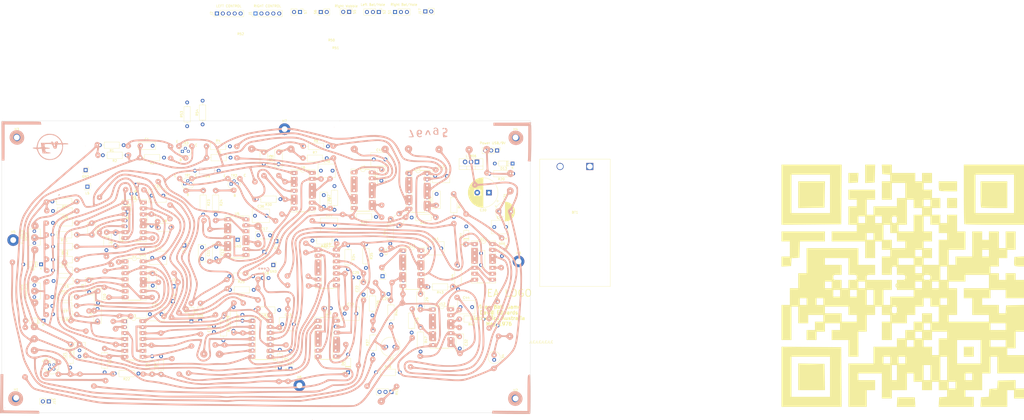
<source format=kicad_pcb>
(kicad_pcb (version 20241229) (generator "pcbnew") (generator_version "9.0")
  (layers (0 "F.Cu" signal) (2 "B.Cu" signal) (13 "F.Paste" user) (15 "B.Paste" user) (5 "F.SilkS" user "F.Silkscreen") (7 "B.SilkS" user "B.Silkscreen") (1 "F.Mask" user) (3 "B.Mask" user) (25 "Edge.Cuts" user))
  (net 0 "")
  (net 1 "Net-(C1-Pad1)")
  (net 2 "LL")
  (net 3 "Net-(C1-Pad2)")
  (net 4 "FS")
  (net 5 "Net-(C2-Pad2)")
  (net 6 "UL")
  (net 7 "Net-(C3-Pad2)")
  (net 8 "NH")
  (net 9 "Net-(C4-Pad2)")
  (net 10 "BR")
  (net 11 "Net-(C5-Pad2)")
  (net 12 "LS")
  (net 13 "Net-(C6-Pad2)")
  (net 14 "Net-(C7-Pad2)")
  (net 15 "BL")
  (net 16 "Net-(C8-Pad2)")
  (net 17 "CL")
  (net 18 "Net-(C9-Pad2)")
  (net 19 "Net-(R10-Pad2)")
  (net 20 "Earth")
  (net 21 "Net-(C10-Pad2)")
  (net 22 "Net-(C11-Pad1)")
  (net 23 "Net-(C12-Pad1)")
  (net 24 "Net-(C13-Pad1)")
  (net 25 "Net-(C14-Pad1)")
  (net 26 "Net-(C15-Pad1)")
  (net 27 "Net-(C16-Pad2)")
  (net 28 "Net-(D5-Pad2)")
  (net 29 "Net-(C17-Pad2)")
  (net 30 "Net-(C18-Pad1)")
  (net 31 "Net-(D2-Pad2)")
  (net 32 "Net-(D3-Pad2)")
  (net 33 "Net-(D4-Pad2)")
  (net 34 "Net-(C20-Pad1)")
  (net 35 "Net-(D6-Pad2)")
  (net 36 "Net-(C20-Pad2)")
  (net 37 "Net-(C22-Pad2)")
  (net 38 "Net-(C23-Pad1)")
  (net 39 "Net-(C24-Pad2)")
  (net 40 "Net-(C25-Pad2)")
  (net 41 "Net-(C25-Pad1)")
  (net 42 "Net-(C27-Pad1)")
  (net 43 "Net-(C28-Pad1)")
  (net 44 "Net-(C28-Pad2)")
  (net 45 "Net-(C29-Pad1)")
  (net 46 "Net-(C29-Pad2)")
  (net 47 "Net-(C32-Pad1)")
  (net 48 "Net-(C32-Pad2)")
  (net 49 "Net-(C33-Pad1)")
  (net 50 "Net-(C33-Pad2)")
  (net 51 "Net-(D2-Pad1)")
  (net 52 "Net-(D7-Pad1)")
  (net 53 "Net-(D7-Pad2)")
  (net 54 "Net-(D8-Pad2)")
  (net 55 "Net-(D9-Pad2)")
  (net 56 "Net-(D11-Pad1)")
  (net 57 "Net-(D12-Pad1)")
  (net 58 "G")
  (net 59 "H")
  (net 60 "Net-(R3-Pad1)")
  (net 61 "Net-(R4-Pad2)")
  (net 62 "Net-(R5-Pad2)")
  (net 63 "Net-(R8-Pad2)")
  (net 64 "Net-(R9-Pad2)")
  (net 65 "Net-(R15-Pad2)")
  (net 66 "VIDEO")
  (net 67 "Net-(R21-Pad1)")
  (net 68 "Net-(R21-Pad2)")
  (net 69 "Net-(R23-Pad1)")
  (net 70 "F")
  (net 71 "Net-(R24-Pad1)")
  (net 72 "J")
  (net 73 "Net-(R29-Pad1)")
  (net 74 "Net-(R30-Pad2)")
  (net 75 "Net-(R32-Pad2)")
  (net 76 "Net-(R46-Pad2)")
  (net 77 "Net-(R48-Pad1)")
  (net 78 "A")
  (net 79 "B")
  (net 80 "D")
  (net 81 "C")
  (net 82 "Net-(U7-Pad1)")
  (net 83 "Net-(U8-Pad1)")
  (net 84 "Net-(U10-Pad9)")
  (net 85 "E")
  (net 86 "Net-(U10-Pad11)")
  (net 87 "Net-(U10-Pad10)")
  (net 88 "Net-(U10-Pad3)")
  (net 89 "Net-(U10-Pad4)")
  (net 90 "Net-(U11-Pad1)")
  (net 91 "Net-(U12-Pad1)")
  (net 92 "Net-(U13-Pad1)")
  (net 93 "Net-(C5-Pad1)")
  (net 94 "Net-(C15-Pad2)")
  (net 95 "Net-(C16-Pad1)")
  (net 96 "Net-(C19-Pad1)")
  (net 97 "Net-(C19-Pad2)")
  (net 98 "Net-(C21-Pad1)")
  (net 99 "Net-(C21-Pad2)")
  (net 100 "Net-(C24-Pad1)")
  (net 101 "Net-(R51-Pad1)")
  (net 102 "Net-(S1-Pad1)")
  (net 103 "Net-(S1-Pad3)")
  (net 104 "Net-(S2-Pad1)")
  (net 105 "Net-(S2-Pad3)")
  (net 106 "Net-(BT1-Pad1)")
  (net 107 "Net-(R38-Pad2)")
  (net 108 "Net-(C30-Pad1)")
  (net 109 "Net-(R52-Pad1)")
  (net 110 "+6V")
  (net 111 "Net-(J12-Pad1)")
  (net 112 "BX")
  (net 113 "Net-(R51-Pad2)")
  (net 114 "Net-(S6-Pad2)")
  (net 116 "Net-(S3-Pad3)")
  (net 117 "Net-(D13-Pad1)")
  (footprint "Connector_PinSocket_2.54mm:PinSocket_1x01_P2.54mm_Vertical" (layer "F.Cu") (at 86.36 68.58)
    (property "Reference" "J13" (at 0 -2.77 0) (layer "F.SilkS"))
    (property "Value" "BL" (at 0 2.77 0) (layer "F.SilkS"))
    (pad "1" thru_hole rect (at 0 0) (size 1.7 1.7) (drill 1) (layers "*.Cu" "*.Mask") (net 15 "BL"))
  )
  (footprint "Resistor_THT:R_Axial_DIN0207_L6.3mm_D2.5mm_P10.16mm_Horizontal" (layer "F.Cu") (at 123.952 59.69 -90)
    (property "Reference" "R24" (at 5.08 -2.37 90) (layer "F.SilkS"))
    (property "Value" "47k")
    (pad "1" thru_hole circle (at 0 0 270) (size 1.6 1.6) (drill 0.8) (layers "*.Cu" "*.Mask") (net 71 "Net-(R24-Pad1)"))
    (pad "2" thru_hole oval (at 10.16 0 270) (size 1.6 1.6) (drill 0.8) (layers "*.Cu" "*.Mask") (net 72 "J"))
  )
  (footprint "Resistor_THT:R_Axial_DIN0207_L6.3mm_D2.5mm_P10.16mm_Horizontal" (layer "F.Cu") (at 131.572 119.634 90)
    (property "Reference" "R28" (at 5.08 -2.37 90) (layer "F.SilkS"))
    (property "Value" "22k")
    (pad "1" thru_hole circle (at 0 0 90) (size 1.6 1.6) (drill 0.8) (layers "*.Cu" "*.Mask") (net 110 "+6V"))
    (pad "2" thru_hole oval (at 10.16 0 90) (size 1.6 1.6) (drill 0.8) (layers "*.Cu" "*.Mask") (net 25 "Net-(C14-Pad1)"))
  )
  (footprint "Resistor_THT:R_Axial_DIN0207_L6.3mm_D2.5mm_P10.16mm_Horizontal" (layer "F.Cu") (at 120.142 45.466)
    (property "Reference" "R5" (at 5.08 -2.37 0) (layer "F.SilkS"))
    (property "Value" "470k")
    (pad "1" thru_hole circle (at 0 0) (size 1.6 1.6) (drill 0.8) (layers "*.Cu" "*.Mask") (net 1 "Net-(C1-Pad1)"))
    (pad "2" thru_hole oval (at 10.16 0) (size 1.6 1.6) (drill 0.8) (layers "*.Cu" "*.Mask") (net 62 "Net-(R5-Pad2)"))
  )
  (footprint "Connector_PinHeader_2.54mm:PinHeader_1x05_P2.54mm_Vertical" (layer "F.Cu") (at 140.975 -16.256 90)
    (property "Reference" "J1" (at 0 -2.33 90) (layer "F.SilkS"))
    (property "Value" "RIGHT CONTROL" (at 3.175 5.075 180) (layer "F.SilkS"))
    (pad "1" thru_hole rect (at 0 0 90) (size 1.7 1.7) (drill 1) (layers "*.Cu" "*.Mask") (net 20 "Earth"))
    (pad "2" thru_hole oval (at 0 2.54 90) (size 1.7 1.7) (drill 1) (layers "*.Cu" "*.Mask") (net 20 "Earth"))
    (pad "3" thru_hole oval (at 0 5.08 90) (size 1.7 1.7) (drill 1) (layers "*.Cu" "*.Mask") (net 58 "G"))
    (pad "4" thru_hole oval (at 0 7.62 90) (size 1.7 1.7) (drill 1) (layers "*.Cu" "*.Mask") (net 110 "+6V"))
    (pad "5" thru_hole oval (at 0 10.16 90) (size 1.7 1.7) (drill 1) (layers "*.Cu" "*.Mask") (net 27 "Net-(C16-Pad2)"))
  )
  (footprint "Package_DIP:DIP-14_W7.62mm_Socket" (layer "F.Cu") (at 85.354 89.911)
    (property "Reference" "U2" (at 3.81 -2.33 0) (layer "F.SilkS"))
    (property "Value" "4011 QUAD NAND")
    (pad "1" thru_hole rect (at 0 0) (size 1.6 1.6) (drill 0.8) (layers "*.Cu" "*.Mask") (net 18 "Net-(C9-Pad2)"))
    (pad "2" thru_hole oval (at 0 2.54) (size 1.6 1.6) (drill 0.8) (layers "*.Cu" "*.Mask") (net 2 "LL"))
    (pad "3" thru_hole oval (at 0 5.08) (size 1.6 1.6) (drill 0.8) (layers "*.Cu" "*.Mask") (net 8 "NH"))
    (pad "4" thru_hole oval (at 0 7.62) (size 1.6 1.6) (drill 0.8) (layers "*.Cu" "*.Mask") (net 4 "FS"))
    (pad "5" thru_hole oval (at 0 10.16) (size 1.6 1.6) (drill 0.8) (layers "*.Cu" "*.Mask") (net 6 "UL"))
    (pad "6" thru_hole oval (at 0 12.7) (size 1.6 1.6) (drill 0.8) (layers "*.Cu" "*.Mask") (net 7 "Net-(C3-Pad2)"))
    (pad "7" thru_hole oval (at 0 15.24) (size 1.6 1.6) (drill 0.8) (layers "*.Cu" "*.Mask") (net 20 "Earth"))
    (pad "8" thru_hole oval (at 7.62 15.24) (size 1.6 1.6) (drill 0.8) (layers "*.Cu" "*.Mask") (net 8 "NH"))
    (pad "9" thru_hole oval (at 7.62 12.7) (size 1.6 1.6) (drill 0.8) (layers "*.Cu" "*.Mask") (net 9 "Net-(C4-Pad2)"))
    (pad "10" thru_hole oval (at 7.62 10.16) (size 1.6 1.6) (drill 0.8) (layers "*.Cu" "*.Mask") (net 6 "UL"))
    (pad "11" thru_hole oval (at 7.62 7.62) (size 1.6 1.6) (drill 0.8) (layers "*.Cu" "*.Mask") (net 2 "LL"))
    (pad "12" thru_hole oval (at 7.62 5.08) (size 1.6 1.6) (drill 0.8) (layers "*.Cu" "*.Mask") (net 21 "Net-(C10-Pad2)"))
    (pad "13" thru_hole oval (at 7.62 2.54) (size 1.6 1.6) (drill 0.8) (layers "*.Cu" "*.Mask") (net 4 "FS"))
    (pad "14" thru_hole oval (at 7.62 0) (size 1.6 1.6) (drill 0.8) (layers "*.Cu" "*.Mask") (net 110 "+6V"))
  )
  (footprint "Battery:BatteryHolder_Eagle_12BH611-GR" (layer "F.Cu") (at 283.972 49.256 90)
    (property "Reference" "BT1" (at -19.685 -6.35 180) (layer "F.SilkS"))
    (property "Value" "9V")
    (pad "" np_thru_hole circle (at -38.9 -17.45 90) (size 2.6 2.6) (drill 2.6) (layers "*.Cu" "*.Mask"))
    (pad "" np_thru_hole circle (at -24.15 4.75 90) (size 2.6 2.6) (drill 2.6) (layers "*.Cu" "*.Mask"))
    (pad "" np_thru_hole circle (at -10.9 -17.45 90) (size 2.6 2.6) (drill 2.6) (layers "*.Cu" "*.Mask"))
    (pad "1" thru_hole rect (at 0 0 90) (size 3 3) (drill 2.4) (layers "*.Cu" "*.Mask") (net 106 "Net-(BT1-Pad1)"))
    (pad "2" thru_hole circle (at 0 -12.7 90) (size 3 3) (drill 2.4) (layers "*.Cu" "*.Mask") (net 20 "Earth"))
  )
  (footprint "Package_DIP:DIP-14_W7.62mm_Socket" (layer "F.Cu") (at 216.926 110.485)
    (property "Reference" "U12" (at 3.81 -2.33 0) (layer "F.SilkS"))
    (property "Value" "4001 QUAD NOR")
    (pad "1" thru_hole rect (at 0 0) (size 1.6 1.6) (drill 0.8) (layers "*.Cu" "*.Mask") (net 91 "Net-(U12-Pad1)"))
    (pad "2" thru_hole oval (at 0 2.54) (size 1.6 1.6) (drill 0.8) (layers "*.Cu" "*.Mask") (net 91 "Net-(U12-Pad1)"))
    (pad "3" thru_hole oval (at 0 5.08) (size 1.6 1.6) (drill 0.8) (layers "*.Cu" "*.Mask") (net 46 "Net-(C29-Pad2)"))
    (pad "4" thru_hole oval (at 0 7.62) (size 1.6 1.6) (drill 0.8) (layers "*.Cu" "*.Mask") (net 91 "Net-(U12-Pad1)"))
    (pad "5" thru_hole oval (at 0 10.16) (size 1.6 1.6) (drill 0.8) (layers "*.Cu" "*.Mask") (net 76 "Net-(R46-Pad2)"))
    (pad "6" thru_hole oval (at 0 12.7) (size 1.6 1.6) (drill 0.8) (layers "*.Cu" "*.Mask") (net 76 "Net-(R46-Pad2)"))
    (pad "7" thru_hole oval (at 0 15.24) (size 1.6 1.6) (drill 0.8) (layers "*.Cu" "*.Mask") (net 20 "Earth"))
    (pad "8" thru_hole oval (at 7.62 15.24) (size 1.6 1.6) (drill 0.8) (layers "*.Cu" "*.Mask") (net 48 "Net-(C32-Pad2)"))
    (pad "9" thru_hole oval (at 7.62 12.7) (size 1.6 1.6) (drill 0.8) (layers "*.Cu" "*.Mask") (net 48 "Net-(C32-Pad2)"))
    (pad "10" thru_hole oval (at 7.62 10.16) (size 1.6 1.6) (drill 0.8) (layers "*.Cu" "*.Mask") (net 47 "Net-(C32-Pad1)"))
    (pad "11" thru_hole oval (at 7.62 7.62) (size 1.6 1.6) (drill 0.8) (layers "*.Cu" "*.Mask") (net 77 "Net-(R48-Pad1)"))
    (pad "12" thru_hole oval (at 7.62 5.08) (size 1.6 1.6) (drill 0.8) (layers "*.Cu" "*.Mask") (net 49 "Net-(C33-Pad1)"))
    (pad "13" thru_hole oval (at 7.62 2.54) (size 1.6 1.6) (drill 0.8) (layers "*.Cu" "*.Mask") (net 49 "Net-(C33-Pad1)"))
    (pad "14" thru_hole oval (at 7.62 0) (size 1.6 1.6) (drill 0.8) (layers "*.Cu" "*.Mask") (net 110 "+6V"))
  )
  (footprint "Capacitor_THT:C_Rect_L7.2mm_W3.0mm_P5.00mm_FKS2_FKP2_MKS2_MKP2" (layer "F.Cu") (at 91.988 40.386)
    (property "Reference" "C1" (at 2.5 -2.75 0) (layer "F.SilkS"))
    (property "Value" "10nF red")
    (pad "1" thru_hole circle (at 0 0) (size 1.6 1.6) (drill 0.8) (layers "*.Cu" "*.Mask") (net 1 "Net-(C1-Pad1)"))
    (pad "2" thru_hole circle (at 5 0) (size 1.6 1.6) (drill 0.8) (layers "*.Cu" "*.Mask") (net 3 "Net-(C1-Pad2)"))
  )
  (footprint "Capacitor_THT:C_Rect_L7.2mm_W3.0mm_P5.00mm_FKS2_FKP2_MKS2_MKP2" (layer "F.Cu") (at 73.66 102.656 -90)
    (property "Reference" "C10" (at 2.5 -2.75 90) (layer "F.SilkS"))
    (property "Value" "10nF red")
    (pad "1" thru_hole circle (at 0 0 270) (size 1.6 1.6) (drill 0.8) (layers "*.Cu" "*.Mask") (net 8 "NH"))
    (pad "2" thru_hole circle (at 5 0 270) (size 1.6 1.6) (drill 0.8) (layers "*.Cu" "*.Mask") (net 21 "Net-(C10-Pad2)"))
  )
  (footprint "Capacitor_THT:C_Rect_L7.2mm_W3.0mm_P5.00mm_FKS2_FKP2_MKS2_MKP2" (layer "F.Cu") (at 194.818 55.332 90)
    (property "Reference" "C21" (at 2.5 -2.75 90) (layer "F.SilkS"))
    (property "Value" "10nF red")
    (pad "1" thru_hole circle (at 0 0 90) (size 1.6 1.6) (drill 0.8) (layers "*.Cu" "*.Mask") (net 98 "Net-(C21-Pad1)"))
    (pad "2" thru_hole circle (at 5 0 90) (size 1.6 1.6) (drill 0.8) (layers "*.Cu" "*.Mask") (net 99 "Net-(C21-Pad2)"))
  )
  (footprint "Capacitor_THT:C_Disc_D3.0mm_W1.6mm_P2.50mm" (layer "F.Cu") (at 135.382 115.296 90)
    (property "Reference" "C14" (at 1.25 -2.05 90) (layer "F.SilkS"))
    (property "Value" "100pF blue")
    (pad "1" thru_hole circle (at 0 0 90) (size 1.6 1.6) (drill 0.8) (layers "*.Cu" "*.Mask") (net 25 "Net-(C14-Pad1)"))
    (pad "2" thru_hole circle (at 2.5 0 90) (size 1.6 1.6) (drill 0.8) (layers "*.Cu" "*.Mask") (net 15 "BL"))
  )
  (footprint "Potentiometer_THT:Potentiometer_Bourns_3266Y_Vertical" (layer "F.Cu") (at 46.407 76.977 90)
    (property "Reference" "RV1")
    (property "Value" "4.7k")
    (fp_text user "V-HOLD" (at -2.525 -5.259 90) (layer "F.SilkS"))
    (fp_text user "50Hz" (at -2.286 -3.81 90) (layer "F.SilkS"))
    (pad "1" thru_hole circle (at 0 0 90) (size 1.44 1.44) (drill 0.8) (layers "*.Cu" "*.Mask") (net 64 "Net-(R9-Pad2)"))
    (pad "2" thru_hole circle (at -2.54 0 90) (size 1.44 1.44) (drill 0.8) (layers "*.Cu" "*.Mask") (net 65 "Net-(R15-Pad2)"))
    (pad "3" thru_hole circle (at -5.08 0 90) (size 1.44 1.44) (drill 0.8) (layers "*.Cu" "*.Mask") (net 20 "Earth"))
  )
  (footprint "Diode_THT:D_DO-35_SOD27_P7.62mm_Horizontal" (layer "F.Cu") (at 113.538 115.57 90)
    (property "Reference" "D12" (at 3.81 -2.12 90) (layer "F.SilkS"))
    (property "Value" "1N4148")
    (fp_text user "K" (at 0 -1.8 90) (layer "F.SilkS"))
    (pad "1" thru_hole rect (at 0 0 90) (size 1.6 1.6) (drill 0.8) (layers "*.Cu" "*.Mask") (net 57 "Net-(D12-Pad1)"))
    (pad "2" thru_hole oval (at 7.62 0 90) (size 1.6 1.6) (drill 0.8) (layers "*.Cu" "*.Mask") (net 22 "Net-(C11-Pad1)"))
  )
  (footprint "Capacitor_THT:C_Rect_L7.2mm_W5.5mm_P5.00mm_FKS2_FKP2_MKS2_MKP2" (layer "F.Cu") (at 191.556 46.228)
    (property "Reference" "C45" (at 2.5 -4 0) (layer "F.SilkS"))
    (property "Value" "100nF bypass red")
    (pad "1" thru_hole circle (at 0 0) (size 1.6 1.6) (drill 0.8) (layers "*.Cu" "*.Mask") (net 110 "+6V"))
    (pad "2" thru_hole circle (at 5 0) (size 1.6 1.6) (drill 0.8) (layers "*.Cu" "*.Mask") (net 20 "Earth"))
  )
  (footprint "Resistor_THT:R_Axial_DIN0207_L6.3mm_D2.5mm_P10.16mm_Horizontal" (layer "F.Cu") (at 119.888 40.64)
    (property "Reference" "R4" (at 5.08 -2.37 0) (layer "F.SilkS"))
    (property "Value" "470k")
    (pad "1" thru_hole circle (at 0 0) (size 1.6 1.6) (drill 0.8) (layers "*.Cu" "*.Mask") (net 1 "Net-(C1-Pad1)"))
    (pad "2" thru_hole oval (at 10.16 0) (size 1.6 1.6) (drill 0.8) (layers "*.Cu" "*.Mask") (net 61 "Net-(R4-Pad2)"))
  )
  (footprint "Resistor_THT:R_Axial_DIN0207_L6.3mm_D2.5mm_P10.16mm_Horizontal" (layer "F.Cu") (at 211.582 118.364 -90)
    (property "Reference" "R47" (at 5.08 -2.37 270) (layer "F.SilkS"))
    (property "Value" "470k")
    (pad "1" thru_hole circle (at 0 0 270) (size 1.6 1.6) (drill 0.8) (layers "*.Cu" "*.Mask") (net 76 "Net-(R46-Pad2)"))
    (pad "2" thru_hole oval (at 10.16 0 270) (size 1.6 1.6) (drill 0.8) (layers "*.Cu" "*.Mask") (net 47 "Net-(C32-Pad1)"))
  )
  (footprint "Resistor_THT:R_Axial_DIN0207_L6.3mm_D2.5mm_P10.16mm_Horizontal" (layer "F.Cu") (at 64.262 64.262 180)
    (property "Reference" "R8" (at 5.08 -2.37 180) (layer "F.SilkS"))
    (property "Value" "10k")
    (pad "1" thru_hole circle (at 0 0 180) (size 1.6 1.6) (drill 0.8) (layers "*.Cu" "*.Mask") (net 110 "+6V"))
    (pad "2" thru_hole oval (at 10.16 0 180) (size 1.6 1.6) (drill 0.8) (layers "*.Cu" "*.Mask") (net 63 "Net-(R8-Pad2)"))
  )
  (footprint "Connector_PinHeader_2.54mm:PinHeader_1x03_P2.54mm_Vertical" (layer "F.Cu") (at 244.333 42.418 -90)
    (property "Reference" "S3")
    (property "Value" "Power USB/9V" (at -3.175 1.905 180) (layer "F.SilkS"))
    (pad "1" thru_hole rect (at 0 0 270) (size 1.7 1.7) (drill 1) (layers "*.Cu" "*.Mask") (net 106 "Net-(BT1-Pad1)"))
    (pad "2" thru_hole oval (at 0 2.54 270) (size 1.7 1.7) (drill 1) (layers "*.Cu" "*.Mask") (net 108 "Net-(C30-Pad1)"))
    (pad "3" thru_hole oval (at 0 5.08 270) (size 1.7 1.7) (drill 1) (layers "*.Cu" "*.Mask") (net 116 "Net-(S3-Pad3)"))
  )
  (footprint "Resistor_THT:R_Axial_DIN0207_L6.3mm_D2.5mm_P10.16mm_Horizontal" (layer "F.Cu") (at 225.806 60.706 -90)
    (property "Reference" "R42" (at 5.08 -2.37 90) (layer "F.SilkS"))
    (property "Value" "470k")
    (pad "1" thru_hole circle (at 0 0 270) (size 1.6 1.6) (drill 0.8) (layers "*.Cu" "*.Mask") (net 53 "Net-(D7-Pad2)"))
    (pad "2" thru_hole oval (at 10.16 0 270) (size 1.6 1.6) (drill 0.8) (layers "*.Cu" "*.Mask") (net 38 "Net-(C23-Pad1)"))
  )
  (footprint "Potentiometer_THT:Potentiometer_Bourns_3266Y_Vertical" (layer "F.Cu") (at 65.711 125.491 90)
    (property "Reference" "RV4")
    (property "Value" "4.7k")
    (fp_text user "Video 1V" (at -2.54 -3.81 90) (layer "F.SilkS"))
    (pad "1" thru_hole circle (at 0 0 90) (size 1.44 1.44) (drill 0.8) (layers "*.Cu" "*.Mask"))
    (pad "2" thru_hole circle (at -2.54 0 90) (size 1.44 1.44) (drill 0.8) (layers "*.Cu" "*.Mask") (net 66 "VIDEO"))
    (pad "3" thru_hole circle (at -5.08 0 90) (size 1.44 1.44) (drill 0.8) (layers "*.Cu" "*.Mask") (net 20 "Earth"))
  )
  (footprint "Connector_PinSocket_2.54mm:PinSocket_1x01_P2.54mm_Vertical" (layer "F.Cu") (at 105.918 100.584)
    (property "Reference" "J3" (at 0 -2.77 0) (layer "F.SilkS"))
    (property "Value" "FS")
    (pad "1" thru_hole rect (at 0 0) (size 1.7 1.7) (drill 1) (layers "*.Cu" "*.Mask") (net 4 "FS"))
  )
  (footprint "Resistor_THT:R_Axial_DIN0207_L6.3mm_D2.5mm_P10.16mm_Horizontal" (layer "F.Cu") (at 118.618 59.69 -90)
    (property "Reference" "R23" (at 5.08 -2.37 90) (layer "F.SilkS"))
    (property "Value" "47k")
    (pad "1" thru_hole circle (at 0 0 270) (size 1.6 1.6) (drill 0.8) (layers "*.Cu" "*.Mask") (net 69 "Net-(R23-Pad1)"))
    (pad "2" thru_hole oval (at 10.16 0 270) (size 1.6 1.6) (drill 0.8) (layers "*.Cu" "*.Mask") (net 70 "F"))
  )
  (footprint "Connector_PinSocket_2.54mm:PinSocket_1x01_P2.54mm_Vertical" (layer "F.Cu") (at 144.78 85.852)
    (property "Reference" "J12")
    (property "Value" "D" (at 0 2.77 0) (layer "F.SilkS"))
    (pad "1" thru_hole rect (at 0 0) (size 1.7 1.7) (drill 1) (layers "*.Cu" "*.Mask") (net 111 "Net-(J12-Pad1)"))
  )
  (footprint "Capacitor_THT:C_Rect_L7.2mm_W3.0mm_P5.00mm_FKS2_FKP2_MKS2_MKP2" (layer "F.Cu") (at 228.346 122.214 -90)
    (property "Reference" "C32" (at 2.5 -2.75 270) (layer "F.SilkS"))
    (property "Value" "10nF red")
    (pad "1" thru_hole circle (at 0 0 270) (size 1.6 1.6) (drill 0.8) (layers "*.Cu" "*.Mask") (net 47 "Net-(C32-Pad1)"))
    (pad "2" thru_hole circle (at 5 0 270) (size 1.6 1.6) (drill 0.8) (layers "*.Cu" "*.Mask") (net 48 "Net-(C32-Pad2)"))
  )
  (footprint "Resistor_THT:R_Axial_DIN0207_L6.3mm_D2.5mm_P10.16mm_Horizontal" (layer "F.Cu") (at 161.29 45.72)
    (property "Reference" "R7" (at 5.08 -2.37 0) (layer "F.SilkS"))
    (property "Value" "470k")
    (pad "1" thru_hole circle (at 0 0) (size 1.6 1.6) (drill 0.8) (layers "*.Cu" "*.Mask") (net 62 "Net-(R5-Pad2)"))
    (pad "2" thru_hole oval (at 10.16 0) (size 1.6 1.6) (drill 0.8) (layers "*.Cu" "*.Mask") (net 27 "Net-(C16-Pad2)"))
  )
  (footprint "Capacitor_THT:C_Rect_L7.2mm_W5.5mm_P5.00mm_FKS2_FKP2_MKS2_MKP2" (layer "F.Cu") (at 96.56 61.722)
    (property "Reference" "C35" (at 2.5 -4 0) (layer "F.SilkS"))
    (property "Value" "100nF bypass red")
    (pad "1" thru_hole circle (at 0 0) (size 1.6 1.6) (drill 0.8) (layers "*.Cu" "*.Mask") (net 110 "+6V"))
    (pad "2" thru_hole circle (at 5 0) (size 1.6 1.6) (drill 0.8) (layers "*.Cu" "*.Mask") (net 20 "Earth"))
  )
  (footprint "Connector_PinHeader_2.54mm:PinHeader_1x02_P2.54mm_Vertical" (layer "F.Cu") (at 213.614 -17.145 90)
    (property "Reference" "J17" (at 0 -2.33 90) (layer "F.SilkS"))
    (property "Value" "USB_B_Micro")
    (pad "1" thru_hole rect (at 0 0 90) (size 1.7 1.7) (drill 1) (layers "*.Cu" "*.Mask") (net 116 "Net-(S3-Pad3)"))
    (pad "2" thru_hole oval (at 0 2.54 90) (size 1.7 1.7) (drill 1) (layers "*.Cu" "*.Mask"))
  )
  (footprint "Diode_THT:D_DO-35_SOD27_P7.62mm_Horizontal" (layer "F.Cu") (at 250.952 48.006 180)
    (property "Reference" "D13" (at 3.81 -2.12 0) (layer "F.SilkS"))
    (property "Value" "1N4148")
    (fp_text user "K" (at 0 -1.8 0) (layer "F.SilkS"))
    (pad "1" thru_hole rect (at 0 0 180) (size 1.6 1.6) (drill 0.8) (layers "*.Cu" "*.Mask") (net 117 "Net-(D13-Pad1)"))
    (pad "2" thru_hole oval (at 7.62 0 180) (size 1.6 1.6) (drill 0.8) (layers "*.Cu" "*.Mask") (net 20 "Earth"))
  )
  (footprint "Capacitor_THT:C_Rect_L7.2mm_W3.0mm_P5.00mm_FKS2_FKP2_MKS2_MKP2" (layer "F.Cu") (at 150.876 48.26 90)
    (property "Reference" "C16" (at 2.5 -2.75 90) (layer "F.SilkS"))
    (property "Value" "100nF red")
    (pad "1" thru_hole circle (at 0 0 90) (size 1.6 1.6) (drill 0.8) (layers "*.Cu" "*.Mask") (net 95 "Net-(C16-Pad1)"))
    (pad "2" thru_hole circle (at 5 0 90) (size 1.6 1.6) (drill 0.8) (layers "*.Cu" "*.Mask") (net 27 "Net-(C16-Pad2)"))
  )
  (footprint "Capacitor_THT:C_Disc_D3.0mm_W1.6mm_P2.50mm" (layer "F.Cu") (at 90.404 60.96 180)
    (property "Reference" "C6" (at 1.25 -2.05 0) (layer "F.SilkS"))
    (property "Value" "100pF blue")
    (pad "1" thru_hole circle (at 0 0 180) (size 1.6 1.6) (drill 0.8) (layers "*.Cu" "*.Mask") (net 10 "BR"))
    (pad "2" thru_hole circle (at 2.5 0 180) (size 1.6 1.6) (drill 0.8) (layers "*.Cu" "*.Mask") (net 13 "Net-(C6-Pad2)"))
  )
  (footprint "Diode_THT:D_DO-35_SOD27_P7.62mm_Horizontal" (layer "F.Cu") (at 100.584 138.176 90)
    (property "Reference" "D2" (at 3.81 -2.12 90) (layer "F.SilkS"))
    (property "Value" "1N4148")
    (fp_text user "K" (at 0 -1.8 90) (layer "F.SilkS"))
    (pad "1" thru_hole rect (at 0 0 90) (size 1.6 1.6) (drill 0.8) (layers "*.Cu" "*.Mask") (net 51 "Net-(D2-Pad1)"))
    (pad "2" thru_hole oval (at 7.62 0 90) (size 1.6 1.6) (drill 0.8) (layers "*.Cu" "*.Mask") (net 31 "Net-(D2-Pad2)"))
  )
  (footprint "Connector_PinSocket_2.54mm:PinSocket_1x01_P2.54mm_Vertical" (layer "F.Cu") (at 133.35 80.645)
    (property "Reference" "J7")
    (property "Value" "GND" (at 0 2.77 0) (layer "F.SilkS"))
    (pad "1" thru_hole rect (at 0 0) (size 1.7 1.7) (drill 1) (layers "*.Cu" "*.Mask") (net 20 "Earth"))
  )
  (footprint "Resistor_THT:R_Axial_DIN0207_L6.3mm_D2.5mm_P10.16mm_Horizontal" (layer "F.Cu") (at 85.852 44.45 180)
    (property "Reference" "R2" (at 5.08 -2.37 180) (layer "F.SilkS"))
    (property "Value" "22k")
    (pad "1" thru_hole circle (at 0 0 180) (size 1.6 1.6) (drill 0.8) (layers "*.Cu" "*.Mask") (net 1 "Net-(C1-Pad1)"))
    (pad "2" thru_hole oval (at 10.16 0 180) (size 1.6 1.6) (drill 0.8) (layers "*.Cu" "*.Mask") (net 20 "Earth"))
  )
  (footprint "Potentiometer_THT:Potentiometer_Bourns_3266Y_Vertical" (layer "F.Cu") (at 46.407 100.091 90)
    (property "Reference" "RV2")
    (property "Value" "4.7k")
    (fp_text user "H-Hold" (at -2.525 -5.513 90) (layer "F.SilkS"))
    (fp_text user "15625Hz" (at -2.525 -3.81 90) (layer "F.SilkS"))
    (pad "1" thru_hole circle (at 0 0 90) (size 1.44 1.44) (drill 0.8) (layers "*.Cu" "*.Mask") (net 63 "Net-(R8-Pad2)"))
    (pad "2" thru_hole circle (at -2.54 0 90) (size 1.44 1.44) (drill 0.8) (layers "*.Cu" "*.Mask") (net 19 "Net-(R10-Pad2)"))
    (pad "3" thru_hole circle (at -5.08 0 90) (size 1.44 1.44) (drill 0.8) (layers "*.Cu" "*.Mask") (net 20 "Earth"))
  )
  (footprint "Capacitor_THT:C_Rect_L7.2mm_W3.0mm_P5.00mm_FKS2_FKP2_MKS2_MKP2" (layer "F.Cu") (at 211.582 104.18 -90)
    (property "Reference" "C29" (at 2.5 -2.75 270) (layer "F.SilkS"))
    (property "Value" "10nF red")
    (pad "1" thru_hole circle (at 0 0 270) (size 1.6 1.6) (drill 0.8) (layers "*.Cu" "*.Mask") (net 45 "Net-(C29-Pad1)"))
    (pad "2" thru_hole circle (at 5 0 270) (size 1.6 1.6) (drill 0.8) (layers "*.Cu" "*.Mask") (net 46 "Net-(C29-Pad2)"))
  )
  (footprint "Diode_THT:D_DO-35_SOD27_P7.62mm_Horizontal" (layer "F.Cu") (at 155.956 135.89 90)
    (property "Reference" "D5" (at 3.81 -2.12 90) (layer "F.SilkS"))
    (property "Value" "1N4148")
    (fp_text user "K" (at 0 -1.8 90) (layer "F.SilkS"))
    (pad "1" thru_hole rect (at 0 0 90) (size 1.6 1.6) (drill 0.8) (layers "*.Cu" "*.Mask") (net 51 "Net-(D2-Pad1)"))
    (pad "2" thru_hole oval (at 7.62 0 90) (size 1.6 1.6) (drill 0.8) (layers "*.Cu" "*.Mask") (net 28 "Net-(D5-Pad2)"))
  )
  (footprint "Resistor_THT:R_Axial_DIN0207_L6.3mm_D2.5mm_P10.16mm_Horizontal" (layer "F.Cu") (at 188.214 82.55 -90)
    (property "Reference" "R35" (at 5.08 -2.37 270) (layer "F.SilkS"))
    (property "Value" "10k")
    (pad "1" thru_hole circle (at 0 0 270) (size 1.6 1.6) (drill 0.8) (layers "*.Cu" "*.Mask") (net 110 "+6V"))
    (pad "2" thru_hole oval (at 10.16 0 270) (size 1.6 1.6) (drill 0.8) (layers "*.Cu" "*.Mask") (net 37 "Net-(C22-Pad2)"))
  )
  (footprint "Package_DIP:DIP-14_W7.62mm_Socket" (layer "F.Cu") (at 129.296 71.877)
    (property "Reference" "U5" (at 3.81 -2.33 0) (layer "F.SilkS"))
    (property "Value" "4001 QUAD NOR")
    (pad "1" thru_hole rect (at 0 0) (size 1.6 1.6) (drill 0.8) (layers "*.Cu" "*.Mask") (net 22 "Net-(C11-Pad1)"))
    (pad "2" thru_hole oval (at 0 2.54) (size 1.6 1.6) (drill 0.8) (layers "*.Cu" "*.Mask") (net 59 "H"))
    (pad "3" thru_hole oval (at 0 5.08) (size 1.6 1.6) (drill 0.8) (layers "*.Cu" "*.Mask") (net 72 "J"))
    (pad "4" thru_hole oval (at 0 7.62) (size 1.6 1.6) (drill 0.8) (layers "*.Cu" "*.Mask") (net 70 "F"))
    (pad "5" thru_hole oval (at 0 10.16) (size 1.6 1.6) (drill 0.8) (layers "*.Cu" "*.Mask") (net 58 "G"))
    (pad "6" thru_hole oval (at 0 12.7) (size 1.6 1.6) (drill 0.8) (layers "*.Cu" "*.Mask") (net 23 "Net-(C12-Pad1)"))
    (pad "7" thru_hole oval (at 0 15.24) (size 1.6 1.6) (drill 0.8) (layers "*.Cu" "*.Mask") (net 20 "Earth"))
    (pad "8" thru_hole oval (at 7.62 15.24) (size 1.6 1.6) (drill 0.8) (layers "*.Cu" "*.Mask") (net 70 "F"))
    (pad "9" thru_hole oval (at 7.62 12.7) (size 1.6 1.6) (drill 0.8) (layers "*.Cu" "*.Mask") (net 111 "Net-(J12-Pad1)"))
    (pad "10" thru_hole oval (at 7.62 10.16) (size 1.6 1.6) (drill 0.8) (layers "*.Cu" "*.Mask") (net 112 "BX"))
    (pad "11" thru_hole oval (at 7.62 7.62) (size 1.6 1.6) (drill 0.8) (layers "*.Cu" "*.Mask") (net 111 "Net-(J12-Pad1)"))
    (pad "12" thru_hole oval (at 7.62 5.08) (size 1.6 1.6) (drill 0.8) (layers "*.Cu" "*.Mask") (net 72 "J"))
    (pad "13" thru_hole oval (at 7.62 2.54) (size 1.6 1.6) (drill 0.8) (layers "*.Cu" "*.Mask") (net 112 "BX"))
    (pad "14" thru_hole oval (at 7.62 0) (size 1.6 1.6) (drill 0.8) (layers "*.Cu" "*.Mask") (net 110 "+6V"))
  )
  (footprint "Resistor_THT:R_Axial_DIN0207_L6.3mm_D2.5mm_P10.16mm_Horizontal" (layer "F.Cu") (at 192.532 70.866 180)
    (property "Reference" "R39" (at 5.08 -2.37 180) (layer "F.SilkS"))
    (property "Value" "150k")
    (pad "1" thru_hole circle (at 0 0 180) (size 1.6 1.6) (drill 0.8) (layers "*.Cu" "*.Mask") (net 98 "Net-(C21-Pad1)"))
    (pad "2" thru_hole oval (at 10.16 0 180) (size 1.6 1.6) (drill 0.8) (layers "*.Cu" "*.Mask") (net 20 "Earth"))
  )
  (footprint "LOGO" (layer "F.Cu") (at 417.114508 100.330001)
    (property "Reference" "G***" (at 0 0 0) (layer "F.SilkS") (effects (font (size 1.524 1.524) (thickness 0.3))))
    (property "Value" "LOGO" (hide yes))
  )
  (footprint "Resistor_THT:R_Axial_DIN0207_L6.3mm_D2.5mm_P10.16mm_Horizontal" (layer "F.Cu") (at 238.506 114.554 180)
    (property "Reference" "R48" (at 5.08 -2.37 0) (layer "F.SilkS"))
    (property "Value" "10M")
    (pad "1" thru_hole circle (at 0 0 180) (size 1.6 1.6) (drill 0.8) (layers "*.Cu" "*.Mask") (net 77 "Net-(R48-Pad1)"))
    (pad "2" thru_hole oval (at 10.16 0 180) (size 1.6 1.6) (drill 0.8) (layers "*.Cu" "*.Mask") (net 49 "Net-(C33-Pad1)"))
  )
  (footprint "Package_TO_SOT_THT:TO-72-4" (layer "F.Cu") (at 52.943462 136.026026 45)
    (property "Reference" "TR4" (at 1.27 -4.02 225) (layer "F.SilkS"))
    (property "Value" "Q_NPN_BCES")
    (fp_text user "B" (at 2.159 -2.159 45) (layer "F.SilkS") (effects (font (thickness 0.125))))
    (fp_text user "S" (at -1.143 0 45) (layer "F.SilkS") (effects (font (thickness 0.125))))
    (fp_text user "C" (at 2.032 2.159001 45) (layer "F.SilkS") (effects (font (thickness 0.125))))
    (fp_text user "E" (at 3.683 0 45) (layer "F.SilkS") (effects (font (thickness 0.125))))
    (pad "1" thru_hole oval (at 0 0 45) (size 1.6 1.2) (drill 0.7) (layers "*.Cu" "*.Mask") (net 67 "Net-(R21-Pad1)"))
    (pad "2" thru_hole oval (at 1.27 1.27 45) (size 1.2 1.2) (drill 0.7) (layers "*.Cu" "*.Mask") (net 66 "VIDEO"))
    (pad "3" thru_hole oval (at 2.54 0 45) (size 1.2 1.2) (drill 0.7) (layers "*.Cu" "*.Mask") (net 20 "Earth"))
    (pad "4" thru_hole oval (at 1.27 -1.27 45) (size 1.2 1.2) (drill 0.7) (layers "*.Cu" "*.Mask") (net 20 "Earth"))
  )
  (footprint "Capacitor_THT:C_Rect_L7.2mm_W3.0mm_P5.00mm_FKS2_FKP2_MKS2_MKP2" (layer "F.Cu") (at 170.18 61.508 -90)
    (property "Reference" "C19" (at 2.5 -2.75 90) (layer "F.SilkS"))
    (property "Value" "10nF red")
    (pad "1" thru_hole circle (at 0 0 270) (size 1.6 1.6) (drill 0.8) (layers "*.Cu" "*.Mask") (net 96 "Net-(C19-Pad1)"))
    (pad "2" thru_hole circle (at 5 0 270) (size 1.6 1.6) (drill 0.8) (layers "*.Cu" "*.Mask") (net 97 "Net-(C19-Pad2)"))
  )
  (footprint "Resistor_THT:R_Axial_DIN0207_L6.3mm_D2.5mm_P10.16mm_Horizontal" (layer "F.Cu") (at 101.854 45.466 180)
    (property "Reference" "R3" (at 5.08 -2.37 180) (layer "F.SilkS"))
    (property "Value" "2.2k")
    (pad "1" thru_hole circle (at 0 0 180) (size 1.6 1.6) (drill 0.8) (layers "*.Cu" "*.Mask") (net 60 "Net-(R3-Pad1)"))
    (pad "2" thru_hole oval (at 10.16 0 180) (size 1.6 1.6) (drill 0.8) (layers "*.Cu" "*.Mask") (net 1 "Net-(C1-Pad1)"))
  )
  (footprint "Capacitor_THT:C_Rect_L7.2mm_W3.0mm_P5.00mm_FKS2_FKP2_MKS2_MKP2" (layer "F.Cu") (at 73.406 115.276 90)
    (property "Reference" "C4" (at 2.5 -2.75 90) (layer "F.SilkS"))
    (property "Value" "10nF red")
    (pad "1" thru_hole circle (at 0 0 90) (size 1.6 1.6) (drill 0.8) (layers "*.Cu" "*.Mask") (net 4 "FS"))
    (pad "2" thru_hole circle (at 5 0 90) (size 1.6 1.6) (drill 0.8) (layers "*.Cu" "*.Mask") (net 9 "Net-(C4-Pad2)"))
  )
  (footprint "Package_DIP:DIP-14_W7.62mm_Socket" (layer "F.Cu") (at 85.354 64.765)
    (property "Reference" "U1" (at 3.81 -2.33 0) (layer "F.SilkS"))
    (property "Value" "4011 QUAD NAND")
    (pad "1" thru_hole rect (at 0 0) (size 1.6 1.6) (drill 0.8) (layers "*.Cu" "*.Mask") (net 13 "Net-(C6-Pad2)"))
    (pad "2" thru_hole oval (at 0 2.54) (size 1.6 1.6) (drill 0.8) (layers "*.Cu" "*.Mask") (net 93 "Net-(C5-Pad1)"))
    (pad "3" thru_hole oval (at 0 5.08) (size 1.6 1.6) (drill 0.8) (layers "*.Cu" "*.Mask") (net 12 "LS"))
    (pad "4" thru_hole oval (at 0 7.62) (size 1.6 1.6) (drill 0.8) (layers "*.Cu" "*.Mask") (net 93 "Net-(C5-Pad1)"))
    (pad "5" thru_hole oval (at 0 10.16) (size 1.6 1.6) (drill 0.8) (layers "*.Cu" "*.Mask") (net 15 "BL"))
    (pad "6" thru_hole oval (at 0 12.7) (size 1.6 1.6) (drill 0.8) (layers "*.Cu" "*.Mask") (net 5 "Net-(C2-Pad2)"))
    (pad "7" thru_hole oval (at 0 15.24) (size 1.6 1.6) (drill 0.8) (layers "*.Cu" "*.Mask") (net 20 "Earth"))
    (pad "8" thru_hole oval (at 7.62 15.24) (size 1.6 1.6) (drill 0.8) (layers "*.Cu" "*.Mask") (net 17 "CL"))
    (pad "9" thru_hole oval (at 7.62 12.7) (size 1.6 1.6) (drill 0.8) (layers "*.Cu" "*.Mask") (net 11 "Net-(C5-Pad2)"))
    (pad "10" thru_hole oval (at 7.62 10.16) (size 1.6 1.6) (drill 0.8) (layers "*.Cu" "*.Mask") (net 15 "BL"))
    (pad "11" thru_hole oval (at 7.62 7.62) (size 1.6 1.6) (drill 0.8) (layers "*.Cu" "*.Mask") (net 17 "CL"))
    (pad "12" thru_hole oval (at 7.62 5.08) (size 1.6 1.6) (drill 0.8) (layers "*.Cu" "*.Mask") (net 14 "Net-(C7-Pad2)"))
    (pad "13" thru_hole oval (at 7.62 2.54) (size 1.6 1.6) (drill 0.8) (layers "*.Cu" "*.Mask") (net 10 "BR"))
    (pad "14" thru_hole oval (at 7.62 0) (size 1.6 1.6) (drill 0.8) (layers "*.Cu" "*.Mask") (net 110 "+6V"))
  )
  (footprint "Connector_PinSocket_2.54mm:PinSocket_1x01_P2.54mm_Vertical" (layer "F.Cu") (at 90.17 57.15)
    (property "Reference" "J16")
    (property "Value" "BR" (at 0 2.77 0) (layer "F.SilkS"))
    (pad "1" thru_hole rect (at 0 0) (size 1.7 1.7) (drill 1) (layers "*.Cu" "*.Mask") (net 10 "BR"))
  )
  (footprint "Capacitor_THT:C_Radial_D5.0mm_H11.0mm_P2.00mm" (layer "F.Cu") (at 243.078 130.064 -90)
    (property "Reference" "C34" (at 1 -3.75 270) (layer "F.SilkS"))
    (property "Value" "47uF elec 16VW radial 5x11mm P2.0")
    (pad "1" thru_hole circle (at 0 0 270) (size 1.6 1.6) (drill 0.8) (layers "*.Cu" "*.Mask") (net 113 "Net-(R51-Pad2)"))
    (pad "2" thru_hole circle (at 2 0 270) (size 1.6 1.6) (drill 0.8) (layers "*.Cu" "*.Mask") (net 20 "Earth"))
  )
  (footprint "Connector_PinHeader_2.54mm:PinHeader_1x05_P2.54mm_Vertical" (layer "F.Cu") (at 124.465 -16.256 90)
    (property "Reference" "J2" (at 0 -2.33 90) (layer "F.SilkS"))
    (property "Value" "LEFT CONTROL" (at 3.175 5.075 180) (layer "F.SilkS"))
    (pad "1" thru_hole rect (at 0 0 90) (size 1.7 1.7) (drill 1) (layers "*.Cu" "*.Mask") (net 20 "Earth"))
    (pad "2" thru_hole oval (at 0 2.54 90) (size 1.7 1.7) (drill 1) (layers "*.Cu" "*.Mask") (net 20 "Earth"))
    (pad "3" thru_hole oval (at 0 5.08 90) (size 1.7 1.7) (drill 1) (layers "*.Cu" "*.Mask") (net 58 "G"))
    (pad "4" thru_hole oval (at 0 7.62 90) (size 1.7 1.7) (drill 1) (layers "*.Cu" "*.Mask") (net 110 "+6V"))
    (pad "5" thru_hole oval (at 0 10.16 90) (size 1.7 1.7) (drill 1) (layers "*.Cu" "*.Mask") (net 26 "Net-(C15-Pad1)"))
  )
  (footprint "Connector_PinHeader_2.54mm:PinHeader_1x03_P2.54mm_Vertical" (layer "F.Cu") (at 199.121 145.796 -90)
    (property "Reference" "RV3" (at 0 -2.33 90) (layer "F.SilkS"))
    (property "Value" "100k linear speed")
    (pad "1" thru_hole rect (at 0 0 270) (size 1.7 1.7) (drill 1) (layers "*.Cu" "*.Mask") (net 107 "Net-(R38-Pad2)"))
    (pad "2" thru_hole oval (at 0 2.54 270) (size 1.7 1.7) (drill 1) (layers "*.Cu" "*.Mask") (net 107 "Net-(R38-Pad2)"))
    (pad "3" thru_hole oval (at 0 5.08 270) (size 1.7 1.7) (drill 1) (layers "*.Cu" "*.Mask") (net 112 "BX"))
  )
  (footprint "Library:no pads" (layer "F.Cu") (at 134.625 -8.001 180)
    (property "Reference" "R52" (at 0 -0.5 0) (layer "F.SilkS"))
    (property "Value" "10k")
  )
  (footprint "Package_DIP:DIP-14_W7.62mm_Socket" (layer "F.Cu") (at 167.65 115.311)
    (property "Reference" "U9" (at 3.81 -2.33 0) (layer "F.SilkS"))
    (property "Value" "4011 QUAD NAND")
    (pad "1" thru_hole rect (at 0 0) (size 1.6 1.6) (drill 0.8) (layers "*.Cu" "*.Mask") (net 15 "BL"))
    (pad "2" thru_hole oval (at 0 2.54) (size 1.6 1.6) (drill 0.8) (layers "*.Cu" "*.Mask") (net 17 "CL"))
    (pad "3" thru_hole oval (at 0 5.08) (size 1.6 1.6) (drill 0.8) (layers "*.Cu" "*.Mask") (net 36 "Net-(C20-Pad2)"))
    (pad "4" thru_hole oval (at 0 7.62) (size 1.6 1.6) (drill 0.8) (layers "*.Cu" "*.Mask") (net 84 "Net-(U10-Pad9)"))
    (pad "5" thru_hole oval (at 0 10.16) (size 1.6 1.6) (drill 0.8) (layers "*.Cu" "*.Mask") (net 36 "Net-(C20-Pad2)"))
    (pad "6" thru_hole oval (at 0 12.7) (size 1.6 1.6) (drill 0.8) (layers "*.Cu" "*.Mask") (net 36 "Net-(C20-Pad2)"))
    (pad "7" thru_hole oval (at 0 15.24) (size 1.6 1.6) (drill 0.8) (layers "*.Cu" "*.Mask") (net 20 "Earth"))
    (pad "8" thru_hole oval (at 7.62 15.24) (size 1.6 1.6) (drill 0.8) (layers "*.Cu" "*.Mask") (net 85 "E"))
    (pad "9" thru_hole oval (at 7.62 12.7) (size 1.6 1.6) (drill 0.8) (layers "*.Cu" "*.Mask") (net 85 "E"))
    (pad "10" thru_hole oval (at 7.62 10.16) (size 1.6 1.6) (drill 0.8) (layers "*.Cu" "*.Mask") (net 35 "Net-(D6-Pad2)"))
    (pad "11" thru_hole oval (at 7.62 7.62) (size 1.6 1.6) (drill 0.8) (layers "*.Cu" "*.Mask") (net 85 "E"))
    (pad "12" thru_hole oval (at 7.62 5.08) (size 1.6 1.6) (drill 0.8) (layers "*.Cu" "*.Mask") (net 86 "Net-(U10-Pad11)"))
    (pad "13" thru_hole oval (at 7.62 2.54) (size 1.6 1.6) (drill 0.8) (layers "*.Cu" "*.Mask") (net 87 "Net-(U10-Pad10)"))
    (pad "14" thru_hole oval (at 7.62 0) (size 1.6 1.6) (drill 0.8) (layers "*.Cu" "*.Mask") (net 110 "+6V"))
  )
  (footprint "Capacitor_THT:C_Rect_L7.2mm_W3.0mm_P5.00mm_FKS2_FKP2_MKS2_MKP2" (layer "F.Cu") (at 237.49 91.44 90)
    (property "Reference" "C33" (at 2.5 -2.75 90) (layer "F.SilkS"))
    (property "Value" "100nF red")
    (pad "1" thru_hole circle (at 0 0 90) (size 1.6 1.6) (drill 0.8) (layers "*.Cu" "*.Mask") (net 49 "Net-(C33-Pad1)"))
    (pad "2" thru_hole circle (at 5 0 90) (size 1.6 1.6) (drill 0.8) (layers "*.Cu" "*.Mask") (net 50 "Net-(C33-Pad2)"))
  )
  (footprint "Resistor_THT:R_Axial_DIN0207_L6.3mm_D2.5mm_P10.16mm_Horizontal" (layer "F.Cu") (at 198.628 82.296 90)
    (property "Reference" "R40" (at 5.08 -2.37 90) (layer "F.SilkS"))
    (property "Value" "10k")
    (pad "1" thru_hole circle (at 0 0 90) (size 1.6 1.6) (drill 0.8) (layers "*.Cu" "*.Mask") (net 100 "Net-(C24-Pad1)"))
    (pad "2" thru_hole oval (at 10.16 0 90) (size 1.6 1.6) (drill 0.8) (layers "*.Cu" "*.Mask") (net 20 "Earth"))
  )
  (footprint "Resistor_THT:R_Axial_DIN0207_L6.3mm_D2.5mm_P10.16mm_Horizontal" (layer "F.Cu") (at 151.638 63.246 180)
    (property "Reference" "R30" (at 5.08 -2.37 180) (layer "F.SilkS"))
    (property "Value" "10M")
    (pad "1" thru_hole circle (at 0 0 180) (size 1.6 1.6) (drill 0.8) (layers "*.Cu" "*.Mask") (net 94 "Net-(C15-Pad2)"))
    (pad "2" thru_hole oval (at 10.16 0 180) (size 1.6 1.6) (drill 0.8) (layers "*.Cu" "*.Mask") (net 74 "Net-(R30-Pad2)"))
  )
  (footprint "Capacitor_THT:C_Disc_D3.0mm_W1.6mm_P2.50mm" (layer "F.Cu") (at 182.646 96.774)
    (property "Reference" "C25" (at 1.25 -2.05 0) (layer "F.SilkS"))
    (property "Value" "330pF blue")
    (pad "1" thru_hole circle (at 0 0) (size 1.6 1.6) (drill 0.8) (layers "*.Cu" "*.Mask") (net 41 "Net-(C25-Pad1)"))
    (pad "2" thru_hole circle (at 2.5 0) (size 1.6 1.6) (drill 0.8) (layers "*.Cu" "*.Mask") (net 40 "Net-(C25-Pad2)"))
  )
  (footprint "Capacitor_THT:C_Disc_D5.1mm_W3.2mm_P5.00mm" (layer "F.Cu") (at 81.026 78.018 -90)
    (property "Reference" "C5" (at 2.5 -2.85 270) (layer "F.SilkS"))
    (property "Value" "330pF blue")
    (pad "1" thru_hole circle (at 0 0 270) (size 1.6 1.6) (drill 0.8) (layers "*.Cu" "*.Mask") (net 93 "Net-(C5-Pad1)"))
    (pad "2" thru_hole circle (at 5 0 270) (size 1.6 1.6) (drill 0.8) (layers "*.Cu" "*.Mask") (net 11 "Net-(C5-Pad2)"))
  )
  (footprint "Capacitor_THT:C_Rect_L7.2mm_W3.0mm_P5.00mm_FKS2_FKP2_MKS2_MKP2" (layer "F.Cu") (at 97.028 100.29 90)
    (property "Reference" "C9" (at 2.5 -2.75 90) (layer "F.SilkS"))
    (property "Value" "10nF red")
    (pad "1" thru_hole circle (at 0 0 90) (size 1.6 1.6) (drill 0.8) (layers "*.Cu" "*.Mask") (net 6 "UL"))
    (pad "2" thru_hole circle (at 5 0 90) (size 1.6 1.6) (drill 0.8) (layers "*.Cu" "*.Mask") (net 18 "Net-(C9-Pad2)"))
  )
  (footprint "Connector_PinSocket_2.54mm:PinSocket_1x01_P2.54mm_Vertical" (layer "F.Cu") (at 148.59 91.44)
    (property "Reference" "J11")
    (property "Value" "GND" (at 0 2.77 0) (layer "F.SilkS"))
    (pad "1" thru_hole rect (at 0 0) (size 1.7 1.7) (drill 1) (layers "*.Cu" "*.Mask") (net 20 "Earth"))
  )
  (footprint "Connector_PinHeader_2.54mm:PinHeader_1x02_P2.54mm_Vertical" (layer "F.Cu") (at 160.025 -16.891 -90)
    (property "Reference" "S7" (at 0 -2.33 270) (layer "F.SilkS"))
    (property "Value" "Interaction")
    (pad "1" thru_hole rect (at 0 0 270) (size 1.7 1.7) (drill 1) (layers "*.Cu" "*.Mask") (net 109 "Net-(R52-Pad1)"))
    (pad "2" thru_hole oval (at 0 2.54 270) (size 1.7 1.7) (drill 1) (layers "*.Cu" "*.Mask") (net 27 "Net-(C16-Pad2)"))
  )
  (footprint "Connector_PinSocket_2.54mm:PinSocket_1x01_P2.54mm_Vertical" (layer "F.Cu") (at 92.71 84.455)
    (property "Reference" "J10")
    (property "Value" "GND" (at 0 2.77 0) (layer "F.SilkS"))
    (pad "1" thru_hole rect (at 0 0) (size 1.7 1.7) (drill 1) (layers "*.Cu" "*.Mask") (net 20 "Earth"))
  )
  (footprint "Capacitor_THT:C_Disc_D5.1mm_W3.2mm_P5.00mm" (layer "F.Cu") (at 99.608 75.438)
    (property "Reference" "C8" (at 2.5 -2.85 0) (layer "F.SilkS"))
    (property "Value" "330pF blue")
    (pad "1" thru_hole circle (at 0 0) (size 1.6 1.6) (drill 0.8) (layers "*.Cu" "*.Mask") (net 17 "CL"))
    (pad "2" thru_hole circle (at 5 0) (size 1.6 1.6) (drill 0.8) (layers "*.Cu" "*.Mask") (net 16 "Net-(C8-Pad2)"))
  )
  (footprint "Resistor_THT:R_Axial_DIN0207_L6.3mm_D2.5mm_P10.16mm_Horizontal" (layer "F.Cu") (at 191.262 129.794 90)
    (property "Reference" "R37" (at 5.08 -2.37 90) (layer "F.SilkS"))
    (property "Value" "1k")
    (pad "1" thru_hole circle (at 0 0 90) (size 1.6 1.6) (drill 0.8) (layers "*.Cu" "*.Mask") (net 55 "Net-(D9-Pad2)"))
    (pad "2" thru_hole oval (at 10.16 0 90) (size 1.6 1.6) (drill 0.8) (layers "*.Cu" "*.Mask") (net 41 "Net-(C25-Pad1)"))
  )
  (footprint "Connector_PinSocket_2.54mm:PinSocket_1x01_P2.54mm_Vertical" (layer "F.Cu") (at 105.664 106.934)
    (property "Reference" "J5" (at 0 -2.77 0) (layer "F.SilkS"))
    (property "Value" "NH")
    (pad "1" thru_hole rect (at 0 0) (size 1.7 1.7) (drill 1) (layers "*.Cu" "*.Mask") (net 8 "NH"))
  )
  (footprint "Resistor_THT:R_Axial_DIN0207_L6.3mm_D2.5mm_P10.16mm_Horizontal" (layer "F.Cu") (at 207.772 110.236 -90)
    (property "Reference" "R46" (at 5.08 -2.37 270) (layer "F.SilkS"))
    (property "Value" "470k")
    (pad "1" thru_hole circle (at 0 0 270) (size 1.6 1.6) (drill 0.8) (layers "*.Cu" "*.Mask") (net 1 "Net-(C1-Pad1)"))
    (pad "2" thru_hole oval (at 10.16 0 270) (size 1.6 1.6) (drill 0.8) (layers "*.Cu" "*.Mask") (net 76 "Net-(R46-Pad2)"))
  )
  (footprint "Capacitor_THT:C_Disc_D5.1mm_W3.2mm_P5.00mm" (layer "F.Cu") (at 96.52 74.636 90)
    (property "Reference" "C7" (at 2.5 -2.85 90) (layer "F.SilkS"))
    (property "Value" "330pF blue")
    (pad "1" thru_hole circle (at 0 0 90) (size 1.6 1.6) (drill 0.8) (layers "*.Cu" "*.Mask") (net 15 "BL"))
    (pad "2" thru_hole circle (at 5 0 90) (size 1.6 1.6) (drill 0.8) (layers "*.Cu" "*.Mask") (net 14 "Net-(C7-Pad2)"))
  )
  (footprint "Resistor_THT:R_Axial_DIN0207_L6.3mm_D2.5mm_P10.16mm_Horizontal" (layer "F.Cu") (at 192.532 137.414)
    (property "Reference" "R38" (at 5.08 -2.37 0) (layer "F.SilkS"))
    (property "Value" "3.3k")
    (pad "1" thru_hole circle (at 0 0) (size 1.6 1.6) (drill 0.8) (layers "*.Cu" "*.Mask") (net 42 "Net-(C27-Pad1)"))
    (pad "2" thru_hole oval (at 10.16 0) (size 1.6 1.6) (drill 0.8) (layers "*.Cu" "*.Mask") (net 107 "Net-(R38-Pad2)"))
  )
  (footprint "Resistor_THT:R_Axial_DIN0207_L6.3mm_D2.5mm_P10.16mm_Horizontal" (layer "F.Cu") (at 180.594 83.058 -90)
    (property "Reference" "R34" (at 5.08 -2.37 270) (layer "F.SilkS"))
    (property "Value" "10k")
    (pad "1" thru_hole circle (at 0 0 270) (size 1.6 1.6) (drill 0.8) (layers "*.Cu" "*.Mask") (net 110 "+6V"))
    (pad "2" thru_hole oval (at 10.16 0 270) (size 1.6 1.6) (drill 0.8) (layers "*.Cu" "*.Mask") (net 34 "Net-(C20-Pad1)"))
  )
  (footprint "MountingHole:MountingHole_2.5mm_Pad" (layer "F.Cu") (at 37.338 80.772)
    (property "Reference" "H5" (at 0 -3.5 0) (layer "F.SilkS"))
    (property "Value" "MountingHole")
    (pad "1" thru_hole circle (at 0 0) (size 5 5) (drill 2.5) (layers "*.Cu" "*.Mask") (net 20 "Earth"))
  )
  (footprint "Connector_PinHeader_2.54mm:PinHeader_1x03_P2.54mm_Vertical" (layer "F.Cu") (at 200.665 -16.891 90)
    (property "Reference" "S1" (at 0 -2.33 90) (layer "F.SilkS"))
    (property "Value" "Right Bat/Hole" (at 3.175 3.81 0) (layer "F.SilkS"))
    (pad "1" thru_hole rect (at 0 0 90) (size 1.7 1.7) (drill 1) (layers "*.Cu" "*.Mask") (net 102 "Net-(S1-Pad1)"))
    (pad "2" thru_hole oval (at 0 2.54 90) (size 1.7 1.7) (drill 1) (layers "*.Cu" "*.Mask") (net 78 "A"))
    (pad "3" thru_hole oval (at 0 5.08 90) (size 1.7 1.7) (drill 1) (layers "*.Cu" "*.Mask") (net 103 "Net-(S1-Pad3)"))
  )
  (footprint "Resistor_THT:R_Axial_DIN0207_L6.3mm_D2.5mm_P10.16mm_Horizontal" (layer "F.Cu") (at 64.516 112.522 180)
    (property "Reference" "R18" (at 5.08 -2.37 180) (layer "F.SilkS"))
    (property "Value" "220k")
    (pad "1" thru_hole circle (at 0 0 180) (size 1.6 1.6) (drill 0.8) (layers "*.Cu" "*.Mask") (net 21 "Net-(C10-Pad2)"))
    (pad "2" thru_hole oval (at 10.16 0 180) (size 1.6 1.6) (drill 0.8) (layers "*.Cu" "*.Mask") (net 65 "Net-(R15-Pad2)"))
  )
  (footprint "Capacitor_THT:C_Rect_L7.2mm_W3.0mm_P5.00mm_FKS2_FKP2_MKS2_MKP2" (layer "F.Cu") (at 124.206 83.606 -90)
    (property "Reference" "C12" (at 2.5 -2.75 90) (layer "F.SilkS"))
    (property "Value" "4.7nF red")
    (pad "1" thru_hole circle (at 0 0 270) (size 1.6 1.6) (drill 0.8) (layers "*.Cu" "*.Mask") (net 23 "Net-(C12-Pad1)"))
    (pad "2" thru_hole circle (at 5 0 270) (size 1.6 1.6) (drill 0.8) (layers "*.Cu" "*.Mask") (net 20 "Earth"))
  )
  (footprint "Capacitor_THT:C_Rect_L7.2mm_W5.5mm_P5.00mm_FKS2_FKP2_MKS2_MKP2" (layer "F.Cu") (at 243.118 75.184)
    (property "Reference" "C47" (at 2.5 -4 0) (layer "F.SilkS"))
    (property "Value" "100nF bypass red")
    (pad "1" thru_hole circle (at 0 0) (size 1.6 1.6) (drill 0.8) (layers "*.Cu" "*.Mask") (net 110 "+6V"))
    (pad "2" thru_hole circle (at 5 0) (size 1.6 1.6) (drill 0.8) (layers "*.Cu" "*.Mask") (net 20 "Earth"))
  )
  (footprint "Capacitor_THT:C_Rect_L7.2mm_W3.0mm_P5.00mm_FKS2_FKP2_MKS2_MKP2" (layer "F.Cu") (at 218.44 66.04 90)
    (property "Reference" "C28" (at 2.5 -2.75 90) (layer "F.SilkS"))
    (property "Value" "10nF red")
    (pad "1" thru_hole circle (at 0 0 90) (size 1.6 1.6) (drill 0.8) (layers "*.Cu" "*.Mask") (net 43 "Net-(C28-Pad1)"))
    (pad "2" thru_hole circle (at 5 0 90) (size 1.6 1.6) (drill 0.8) (layers "*.Cu" "*.Mask") (net 44 "Net-(C28-Pad2)"))
  )
  (footprint "Package_TO_SOT_THT:TO-220-3_Vertical" (layer "F.Cu") (at 235.712 47.315 180)
    (property "Reference" "U14")
    (property "Value" "L7806" (at 2.54 2.5 0) (layer "F.SilkS"))
    (pad "1" thru_hole rect (at 0 0 180) (size 1.905 2) (drill 1.1) (layers "*.Cu" "*.Mask") (net 108 "Net-(C30-Pad1)"))
    (pad "2" thru_hole oval (at 2.54 0 180) (size 1.905 2) (drill 1.1) (layers "*.Cu" "*.Mask") (net 20 "Earth"))
    (pad "3" thru_hole oval (at 5.08 0 180) (size 1.905 2) (drill 1.1) (layers "*.Cu" "*.Mask") (net 110 "+6V"))
  )
  (footprint "Resistor_THT:R_Axial_DIN0207_L6.3mm_D2.5mm_P10.16mm_Horizontal" (layer "F.Cu") (at 64.262 108.966 180)
    (property "Reference" "R17" (at 5.08 -2.37 180) (layer "F.SilkS"))
    (property "Value" "1.2M")
    (pad "1" thru_hole circle (at 0 0 180) (size 1.6 1.6) (drill 0.8) (layers "*.Cu" "*.Mask") (net 18 "Net-(C9-Pad2)"))
    (pad "2" thru_hole oval (at 10.16 0 180) (size 1.6 1.6) (drill 0.8) (layers "*.Cu" "*.Mask") (net 65 "Net-(R15-Pad2)"))
  )
  (footprint "Resistor_THT:R_Axial_DIN0207_L6.3mm_D2.5mm_P10.16mm_Horizontal" (layer "F.Cu") (at 111.76 32.004 90)
    (property "Reference" "R53" (at 5.08 -2.37 90) (layer "F.SilkS"))
    (property "Value" "10k")
    (pad "1" thru_hole circle (at 0 0 90) (size 1.6 1.6) (drill 0.8) (layers "*.Cu" "*.Mask") (net 58 "G"))
    (pad "2" thru_hole oval (at 10.16 0 90) (size 1.6 1.6) (drill 0.8) (layers "*.Cu" "*.Mask") (net 110 "+6V"))
  )
  (footprint "Resistor_THT:R_Axial_DIN0207_L6.3mm_D2.5mm_P10.16mm_Horizontal" (layer "F.Cu") (at 54.102 105.156)
    (property "Reference" "R16" (at 5.08 -2.37 0) (layer "F.SilkS"))
    (property "Value" "330k")
    (pad "1" thru_hole circle (at 0 0) (size 1.6 1.6) (drill 0.8) (layers "*.Cu" "*.Mask") (net 9 "Net-(C4-Pad2)"))
    (pad "2" thru_hole oval (at 10.16 0) (size 1.6 1.6) (drill 0.8) (layers "*.Cu" "*.Mask") (net 65 "Net-(R15-Pad2)"))
  )
  (footprint "Capacitor_THT:C_Disc_D3.0mm_W1.6mm_P2.50mm" (layer "F.Cu") (at 144.058 97.028)
    (property "Reference" "C18" (at 1.25 -2.05 0) (layer "F.SilkS"))
    (property "Value" "100pF blue")
    (pad "1" thru_hole circle (at 0 0) (size 1.6 1.6) (drill 0.8) (layers "*.Cu" "*.Mask") (net 30 "Net-(C18-Pad1)"))
    (pad "2" thru_hole circle (at 2.5 0) (size 1.6 1.6) (drill 0.8) (layers "*.Cu" "*.Mask") (net 17 "CL"))
  )
  (footprint "Connector_PinSocket_2.54mm:PinSocket_1x01_P2.54mm_Vertical" (layer "F.Cu") (at 149.86 81.28)
    (property "Reference" "J4")
    (property "Value" "UL" (at 0 2.77 0) (layer "F.SilkS"))
    (pad "1" thru_hole rect (at 0 0) (size 1.7 1.7) (drill 1) (layers "*.Cu" "*.Mask") (net 6 "UL"))
  )
  (footprint "Package_DIP:DIP-14_W7.62mm_Socket" (layer "F.Cu") (at 157.49 52.065)
    (property "Reference" "U6" (at 3.81 -2.33 0) (layer "F.SilkS"))
    (property "Value" "4001 QUAD NOR")
    (pad "1" thru_hole rect (at 0 0) (size 1.6 1.6) (drill 0.8) (layers "*.Cu" "*.Mask") (net 95 "Net-(C16-Pad1)"))
    (pad "2" thru_hole oval (at 0 2.54) (size 1.6 1.6) (drill 0.8) (layers "*.Cu" "*.Mask") (net 95 "Net-(C16-Pad1)"))
    (pad "3" thru_hole oval (at 0 5.08) (size 1.6 1.6) (drill 0.8) (layers "*.Cu" "*.Mask") (net 73 "Net-(R29-Pad1)"))
    (pad "4" thru_hole oval (at 0 7.62) (size 1.6 1.6) (drill 0.8) (layers "*.Cu" "*.Mask") (net 74 "Net-(R30-Pad2)"))
    (pad "5" thru_hole oval (at 0 10.16) (size 1.6 1.6) (drill 0.8) (layers "*.Cu" "*.Mask") (net 94 "Net-(C15-Pad2)"))
    (pad "6" thru_hole oval (at 0 12.7) (size 1.6 1.6) (drill 0.8) (layers "*.Cu" "*.Mask") (net 94 "Net-(C15-Pad2)"))
    (pad "7" thru_hole oval (at 0 15.24) (size 1.6 1.6) (drill 0.8) (layers "*.Cu" "*.Mask") (net 20 "Earth"))
    (pad "8" thru_hole oval (at 7.62 15.24) (size 1.6 1.6) (drill 0.8) (layers "*.Cu" "*.Mask") (net 8 "NH"))
    (pad "9" thru_hole oval (at 7.62 12.7) (size 1.6 1.6) (drill 0.8) (layers "*.Cu" "*.Mask") (net 97 "Net-(C19-Pad2)"))
    (pad "10" thru_hole oval (at 7.62 10.16) (size 1.6 1.6) (drill 0.8) (layers "*.Cu" "*.Mask") (net 75 "Net-(R32-Pad2)"))
    (pad "11" thru_hole oval (at 7.62 7.62) (size 1.6 1.6) (drill 0.8) (layers "*.Cu" "*.Mask") (net 96 "Net-(C19-Pad1)"))
    (pad "12" thru_hole oval (at 7.62 5.08) (size 1.6 1.6) (drill 0.8) (layers "*.Cu" "*.Mask") (net 75 "Net-(R32-Pad2)"))
    (pad "13" thru_hole oval (at 7.62 2.54) (size 1.6 1.6) (drill 0.8) (layers "*.Cu" "*.Mask") (net 75 "Net-(R32-Pad2)"))
    (pad "14" thru_hole oval (at 7.62 0) (size 1.6 1.6) (drill 0.8) (layers "*.Cu" "*.Mask") (net 110 "+6V"))
  )
  (footprint "Package_DIP:DIP-14_W7.62mm_Socket" (layer "F.Cu") (at 204.226 85.339)
    (property "Reference" "U11" (at 3.81 -2.33 0) (layer "F.SilkS"))
    (property "Value" "4001 QUAD NOR")
    (pad "1" thru_hole rect (at 0 0) (size 1.6 1.6) (drill 0.8) (layers "*.Cu" "*.Mask") (net 90 "Net-(U11-Pad1)"))
    (pad "2" thru_hole oval (at 0 2.54) (size 1.6 1.6) (drill 0.8) (layers "*.Cu" "*.Mask") (net 90 "Net-(U11-Pad1)"))
    (pad "3" thru_hole oval (at 0 5.08) (size 1.6 1.6) (drill 0.8) (layers "*.Cu" "*.Mask") (net 39 "Net-(C24-Pad2)"))
    (pad "4" thru_hole oval (at 0 7.62) (size 1.6 1.6) (drill 0.8) (layers "*.Cu" "*.Mask") (net 90 "Net-(U11-Pad1)"))
    (pad "5" thru_hole oval (at 0 10.16) (size 1.6 1.6) (drill 0.8) (layers "*.Cu" "*.Mask") (net 40 "Net-(C25-Pad2)"))
    (pad "6" thru_hole oval (at 0 12.7) (size 1.6 1.6) (drill 0.8) (layers "*.Cu" "*.Mask") (net 40 "Net-(C25-Pad2)"))
    (pad "7" thru_hole oval (at 0 15.24) (size 1.6 1.6) (drill 0.8) (layers "*.Cu" "*.Mask") (net 20 "Earth"))
    (pad "8" thru_hole oval (at 7.62 15.24) (size 1.6 1.6) (drill 0.8) (layers "*.Cu" "*.Mask") (net 45 "Net-(C29-Pad1)"))
    (pad "9" thru_hole oval (at 7.62 12.7) (size 1.6 1.6) (drill 0.8) (layers "*.Cu" "*.Mask") (net 45 "Net-(C29-Pad1)"))
    (pad "10" thru_hole oval (at 7.62 10.16) (size 1.6 1.6) (drill 0.8) (layers "*.Cu" "*.Mask") (net 81 "C"))
    (pad "11" thru_hole oval (at 7.62 7.62) (size 1.6 1.6) (drill 0.8) (layers "*.Cu" "*.Mask") (net 80 "D"))
    (pad "12" thru_hole oval (at 7.62 5.08) (size 1.6 1.6) (drill 0.8) (layers "*.Cu" "*.Mask") (net 100 "Net-(C24-Pad1)"))
    (pad "13" thru_hole oval (at 7.62 2.54) (size 1.6 1.6) (drill 0.8) (layers "*.Cu" "*.Mask") (net 100 "Net-(C24-Pad1)"))
    (pad "14" thru_hole oval (at 7.62 0) (size 1.6 1.6) (drill 0.8) (layers "*.Cu" "*.Mask") (net 110 "+6V"))
  )
  (footprint "Resistor_THT:R_Axial_DIN0207_L6.3mm_D2.5mm_P10.16mm_Horizontal" (layer "F.Cu") (at 151.13 110.744 180)
    (property "Reference" "R31" (at 5.08 -2.37 180) (layer "F.SilkS"))
    (property "Value" "22k")
    (pad "1" thru_hole circle (at 0 0 180) (size 1.6 1.6) (drill 0.8) (layers "*.Cu" "*.Mask") (net 110 "+6V"))
    (pad "2" thru_hole oval (at 10.16 0 180) (size 1.6 1.6) (drill 0.8) (layers "*.Cu" "*.Mask") (net 30 "Net-(C18-Pad1)"))
  )
  (footprint "Resistor_THT:R_Axial_DIN0207_L6.3mm_D2.5mm_P10.16mm_Horizontal" (layer "F.Cu") (at 198.882 106.68 -90)
    (property "Reference" "R45" (at 5.08 -2.37 270) (layer "F.SilkS"))
    (property "Value" "2.2M")
    (pad "1" thru_hole circle (at 0 0 270) (size 1.6 1.6) (drill 0.8) (layers "*.Cu" "*.Mask") (net 40 "Net-(C25-Pad2)"))
    (pad "2" thru_hole oval (at 10.16 0 270) (size 1.6 1.6) (drill 0.8) (layers "*.Cu" "*.Mask") (net 42 "Net-(C27-Pad1)"))
  )
  (footprint "Capacitor_THT:C_Rect_L7.2mm_W5.5mm_P5.00mm_FKS2_FKP2_MKS2_MKP2" (layer "F.Cu") (at 152.4 116.84)
    (property "Reference" "C43" (at 2.5 -4 0) (layer "F.SilkS"))
    (property "Value" "100nF bypass red")
    (pad "1" thru_hole circle (at 0 0) (size 1.6 1.6) (drill 0.8) (layers "*.Cu" "*.Mask") (net 110 "+6V"))
    (pad "2" thru_hole circle (at 5 0) (size 1.6 1.6) (drill 0.8) (layers "*.Cu" "*.Mask") (net 20 "Earth"))
  )
  (footprint "Package_DIP:DIP-14_W7.62mm_Socket" (layer "F.Cu") (at 183.144 51.811)
    (property "Reference" "U7" (at 3.81 -2.33 0) (layer "F.SilkS"))
    (property "Value" "4001 QUAD NOR")
    (pad "1" thru_hole rect (at 0 0) (size 1.6 1.6) (drill 0.8) (layers "*.Cu" "*.Mask") (net 82 "Net-(U7-Pad1)"))
    (pad "2" thru_hole oval (at 0 2.54) (size 1.6 1.6) (drill 0.8) (layers "*.Cu" "*.Mask") (net 82 "Net-(U7-Pad1)"))
    (pad "3" thru_hole oval (at 0 5.08) (size 1.6 1.6) (drill 0.8) (layers "*.Cu" "*.Mask") (net 99 "Net-(C21-Pad2)"))
    (pad "4" thru_hole oval (at 0 7.62) (size 1.6 1.6) (drill 0.8) (layers "*.Cu" "*.Mask") (net 82 "Net-(U7-Pad1)"))
    (pad "5" thru_hole oval (at 0 10.16) (size 1.6 1.6) (drill 0.8) (layers "*.Cu" "*.Mask") (net 62 "Net-(R5-Pad2)"))
    (pad "6" thru_hole oval (at 0 12.7) (size 1.6 1.6) (drill 0.8) (layers "*.Cu" "*.Mask") (net 62 "Net-(R5-Pad2)"))
    (pad "7" thru_hole oval (at 0 15.24) (size 1.6 1.6) (drill 0.8) (layers "*.Cu" "*.Mask") (net 20 "Earth"))
    (pad "8" thru_hole oval (at 7.62 15.24) (size 1.6 1.6) (drill 0.8) (layers "*.Cu" "*.Mask") (net 98 "Net-(C21-Pad1)"))
    (pad "9" thru_hole oval (at 7.62 12.7) (size 1.6 1.6) (drill 0.8) (layers "*.Cu" "*.Mask") (net 98 "Net-(C21-Pad1)"))
    (pad "10" thru_hole oval (at 7.62 10.16) (size 1.6 1.6) (drill 0.8) (layers "*.Cu" "*.Mask") (net 102 "Net-(S1-Pad1)"))
    (pad "11" thru_hole oval (at 7.62 7.62) (size 1.6 1.6) (drill 0.8) (layers "*.Cu" "*.Mask") (net 103 "Net-(S1-Pad3)"))
    (pad "12" thru_hole oval (at 7.62 5.08) (size 1.6 1.6) (drill 0.8) (layers "*.Cu" "*.Mask") (net 102 "Net-(S1-Pad1)"))
    (pad "13" thru_hole oval (at 7.62 2.54) (size 1.6 1.6) (drill 0.8) (layers "*.Cu" "*.Mask") (net 102 "Net-(S1-Pad1)"))
    (pad "14" thru_hole oval (at 7.62 0) (size 1.6 1.6) (drill 0.8) (layers "*.Cu" "*.Mask") (net 110 "+6V"))
  )
  (footprint "Resistor_THT:R_Axial_DIN0207_L6.3mm_D2.5mm_P10.16mm_Horizontal" (layer "F.Cu") (at 54.356 93.726)
    (property "Reference" "R14" (at 5.08 -2.37 0) (layer "F.SilkS"))
    (property "Value" "22k")
    (pad "1" thru_hole circle (at 0 0) (size 1.6 1.6) (drill 0.8) (layers "*.Cu" "*.Mask") (net 16 "Net-(C8-Pad2)"))
    (pad "2" thru_hole oval (at 10.16 0) (size 1.6 1.6) (drill 0.8) (layers "*.Cu" "*.Mask") (net 19 "Net-(R10-Pad2)"))
  )
  (footprint "Resistor_THT:R_Axial_DIN0207_L6.3mm_D2.5mm_P10.16mm_Horizontal" (layer "F.Cu") (at 225.044 100.838 180)
    (property "Reference" "R43" (at 5.08 -2.37 180) (layer "F.SilkS"))
    (property "Value" "47k")
    (pad "1" thru_hole circle (at 0 0 180) (size 1.6 1.6) (drill 0.8) (layers "*.Cu" "*.Mask") (net 45 "Net-(C29-Pad1)"))
    (pad "2" thru_hole oval (at 10.16 0 180) (size 1.6 1.6) (drill 0.8) (layers "*.Cu" "*.Mask") (net 20 "Earth"))
  )
  (footprint "Capacitor_THT:C_Rect_L7.2mm_W5.5mm_P5.00mm_FKS2_FKP2_MKS2_MKP2" (layer "F.Cu") (at 228.64 109.474)
    (property "Reference" "C44" (at 2.5 -4 0) (layer "F.SilkS"))
    (property "Value" "100nF bypass red")
    (pad "1" thru_hole circle (at 0 0) (size 1.6 1.6) (drill 0.8) (layers "*.Cu" "*.Mask") (net 110 "+6V"))
    (pad "2" thru_hole circle (at 5 0) (size 1.6 1.6) (drill 0.8) (layers "*.Cu" "*.Mask") (net 20 "Earth"))
  )
  (footprint "Diode_THT:D_DO-35_SOD27_P7.62mm_Horizontal" (layer "F.Cu") (at 246.38 80.01 -90)
    (property "Reference" "D8" (at 3.81 -2.12 270) (layer "F.SilkS"))
    (property "Value" "1N4148")
    (fp_text user "K" (at 0 -1.8 270) (layer "F.SilkS"))
    (pad "1" thru_hole rect (at 0 0 270) (size 1.6 1.6) (drill 0.8) (layers "*.Cu" "*.Mask") (net 53 "Net-(D7-Pad2)"))
    (pad "2" thru_hole oval (at 7.62 0 270) (size 1.6 1.6) (drill 0.8) (layers "*.Cu" "*.Mask") (net 54 "Net-(D8-Pad2)"))
  )
  (footprint "Capacitor_THT:C_Rect_L7.2mm_W3.0mm_P5.00mm_FKS2_FKP2_MKS2_MKP2" (layer "F.Cu") (at 187.198 104.14 90)
    (property "Reference" "C22" (at 2.5 -2.75 90) (layer "F.SilkS"))
    (property "Value" "33nF red")
    (pad "1" thru_hole circle (at 0 0 90) (size 1.6 1.6) (drill 0.8) (layers "*.Cu" "*.Mask") (net 2 "LL"))
    (pad "2" thru_hole circle (at 5 0 90) (size 1.6 1.6) (drill 0.8) (layers "*.Cu" "*.Mask") (net 37 "Net-(C22-Pad2)"))
  )
  (footprint "Library:no pads" (layer "F.Cu") (at 167.894 -4.572)
    (property "Reference" "R50" (at 5.588 -0.254 0) (layer "F.SilkS"))
    (property "Value" "22k")
  )
  (footprint "Package_DIP:DIP-14_W7.62mm_Socket" (layer "F.Cu") (at 139.73 115.345)
    (property "Reference" "U4" (at 3.81 -2.33 0) (layer "F.SilkS"))
    (property "Value" "4011 QUAD NAND")
    (pad "1" thru_hole rect (at 0 0) (size 1.6 1.6) (drill 0.8) (layers "*.Cu" "*.Mask") (net 25 "Net-(C14-Pad1)"))
    (pad "2" thru_hole oval (at 0 2.54) (size 1.6 1.6) (drill 0.8) (layers "*.Cu" "*.Mask") (net 78 "A"))
    (pad "3" thru_hole oval (at 0 5.08) (size 1.6 1.6) (drill 0.8) (layers "*.Cu" "*.Mask") (net 31 "Net-(D2-Pad2)"))
    (pad "4" thru_hole oval (at 0 7.62) (size 1.6 1.6) (drill 0.8) (layers "*.Cu" "*.Mask") (net 32 "Net-(D3-Pad2)"))
    (pad "5" thru_hole oval (at 0 10.16) (size 1.6 1.6) (drill 0.8) (layers "*.Cu" "*.Mask") (net 24 "Net-(C13-Pad1)"))
    (pad "6" thru_hole oval (at 0 12.7) (size 1.6 1.6) (drill 0.8) (layers "*.Cu" "*.Mask") (net 79 "B"))
    (pad "7" thru_hole oval (at 0 15.24) (size 1.6 1.6) (drill 0.8) (layers "*.Cu" "*.Mask") (net 20 "Earth"))
    (pad "8" thru_hole oval (at 7.62 15.24) (size 1.6 1.6) (drill 0.8) (layers "*.Cu" "*.Mask") (net 80 "D"))
    (pad "9" thru_hole oval (at 7.62 12.7) (size 1.6 1.6) (drill 0.8) (layers "*.Cu" "*.Mask") (net 81 "C"))
    (pad "10" thru_hole oval (at 7.62 10.16) (size 1.6 1.6) (drill 0.8) (layers "*.Cu" "*.Mask") (net 28 "Net-(D5-Pad2)"))
    (pad "11" thru_hole oval (at 7.62 7.62) (size 1.6 1.6) (drill 0.8) (layers "*.Cu" "*.Mask") (net 33 "Net-(D4-Pad2)"))
    (pad "12" thru_hole oval (at 7.62 5.08) (size 1.6 1.6) (drill 0.8) (layers "*.Cu" "*.Mask") (net 30 "Net-(C18-Pad1)"))
    (pad "13" thru_hole oval (at 7.62 2.54) (size 1.6 1.6) (drill 0.8) (layers "*.Cu" "*.Mask") (net 96 "Net-(C19-Pad1)"))
    (pad "14" thru_hole oval (at 7.62 0) (size 1.6 1.6) (drill 0.8) (layers "*.Cu" "*.Mask") (net 110 "+6V"))
  )
  (footprint "Package_DIP:DIP-14_W7.62mm_Socket" (layer "F.Cu") (at 85.1 115.565)
    (property "Reference" "U3" (at 3.81 -2.33 0) (layer "F.SilkS"))
    (property "Value" "4011 QUAD NAND")
    (pad "1" thru_hole rect (at 0 0) (size 1.6 1.6) (drill 0.8) (layers "*.Cu" "*.Mask") (net 16 "Net-(C8-Pad2)"))
    (pad "2" thru_hole oval (at 0 2.54) (size 1.6 1.6) (drill 0.8) (layers "*.Cu" "*.Mask") (net 12 "LS"))
    (pad "3" thru_hole oval (at 0 5.08) (size 1.6 1.6) (drill 0.8) (layers "*.Cu" "*.Mask") (net 10 "BR"))
    (pad "4" thru_hole oval (at 0 7.62) (size 1.6 1.6) (drill 0.8) (layers "*.Cu" "*.Mask") (net 68 "Net-(R21-Pad2)"))
    (pad "5" thru_hole oval (at 0 10.16) (size 1.6 1.6) (drill 0.8) (layers "*.Cu" "*.Mask") (net 12 "LS"))
    (pad "6" thru_hole oval (at 0 12.7) (size 1.6 1.6) (drill 0.8) (layers "*.Cu" "*.Mask") (net 4 "FS"))
    (pad "7" thru_hole oval (at 0 15.24) (size 1.6 1.6) (drill 0.8) (layers "*.Cu" "*.Mask") (net 20 "Earth"))
    (pad "8" thru_hole oval (at 7.62 15.24) (size 1.6 1.6) (drill 0.8) (layers "*.Cu" "*.Mask") (net 32 "Net-(D3-Pad2)"))
    (pad "9" thru_hole oval (at 7.62 12.7) (size 1.6 1.6) (drill 0.8) (layers "*.Cu" "*.Mask") (net 28 "Net-(D5-Pad2)"))
    (pad "10" thru_hole oval (at 7.62 10.16) (size 1.6 1.6) (drill 0.8) (layers "*.Cu" "*.Mask") (net 57 "Net-(D12-Pad1)"))
    (pad "11" thru_hole oval (at 7.62 7.62) (size 1.6 1.6) (drill 0.8) (layers "*.Cu" "*.Mask") (net 56 "Net-(D11-Pad1)"))
    (pad "12" thru_hole oval (at 7.62 5.08) (size 1.6 1.6) (drill 0.8) (layers "*.Cu" "*.Mask") (net 31 "Net-(D2-Pad2)"))
    (pad "13" thru_hole oval (at 7.62 2.54) (size 1.6 1.6) (drill 0.8) (layers "*.Cu" "*.Mask") (net 28 "Net-(D5-Pad2)"))
    (pad "14" thru_hole oval (at 7.62 0) (size 1.6 1.6) (drill 0.8) (layers "*.Cu" "*.Mask") (net 110 "+6V"))
  )
  (footprint "Package_DIP:DIP-14_W7.62mm_Socket" (layer "F.Cu") (at 167.904 84.831)
    (property "Reference" "U10" (at 3.81 -2.33 0) (layer "F.SilkS"))
    (property "Value" "4011 QUAD NAND")
    (pad "1" thru_hole rect (at 0 0) (size 1.6 1.6) (drill 0.8) (layers "*.Cu" "*.Mask") (net 29 "Net-(C17-Pad2)"))
    (pad "2" thru_hole oval (at 0 2.54) (size 1.6 1.6) (drill 0.8) (layers "*.Cu" "*.Mask") (net 6 "UL"))
    (pad "3" thru_hole oval (at 0 5.08) (size 1.6 1.6) (drill 0.8) (layers "*.Cu" "*.Mask") (net 88 "Net-(U10-Pad3)"))
    (pad "4" thru_hole oval (at 0 7.62) (size 1.6 1.6) (drill 0.8) (layers "*.Cu" "*.Mask") (net 89 "Net-(U10-Pad4)"))
    (pad "5" thru_hole oval (at 0 10.16) (size 1.6 1.6) (drill 0.8) (layers "*.Cu" "*.Mask") (net 88 "Net-(U10-Pad3)"))
    (pad "6" thru_hole oval (at 0 12.7) (size 1.6 1.6) (drill 0.8) (layers "*.Cu" "*.Mask") (net 88 "Net-(U10-Pad3)"))
    (pad "7" thru_hole oval (at 0 15.24) (size 1.6 1.6) (drill 0.8) (layers "*.Cu" "*.Mask") (net 20 "Earth"))
    (pad "8" thru_hole oval (at 7.62 15.24) (size 1.6 1.6) (drill 0.8) (layers "*.Cu" "*.Mask") (net 34 "Net-(C20-Pad1)"))
    (pad "9" thru_hole oval (at 7.62 12.7) (size 1.6 1.6) (drill 0.8) (layers "*.Cu" "*.Mask") (net 84 "Net-(U10-Pad9)"))
    (pad "10" thru_hole oval (at 7.62 10.16) (size 1.6 1.6) (drill 0.8) (layers "*.Cu" "*.Mask") (net 87 "Net-(U10-Pad10)"))
    (pad "11" thru_hole oval (at 7.62 7.62) (size 1.6 1.6) (drill 0.8) (layers "*.Cu" "*.Mask") (net 86 "Net-(U10-Pad11)"))
    (pad "12" thru_hole oval (at 7.62 5.08) (size 1.6 1.6) (drill 0.8) (layers "*.Cu" "*.Mask") (net 37 "Net-(C22-Pad2)"))
    (pad "13" thru_hole oval (at 7.62 2.54) (size 1.6 1.6) (drill 0.8) (layers "*.Cu" "*.Mask") (net 29 "Net-(C17-Pad2)"))
    (pad "14" thru_hole oval (at 7.62 0) (size 1.6 1.6) (drill 0.8) (layers "*.Cu" "*.Mask") (net 110 "+6V"))
  )
  (footprint "Resistor_THT:R_Axial_DIN0207_L6.3mm_D2.5mm_P10.16mm_Horizontal" (layer "F.Cu") (at 175.514 81.026 180)
    (property "Reference" "R33" (at 5.08 -2.37 180) (layer "F.SilkS"))
    (property "Value" "10k")
    (pad "1" thru_hole circle (at 0 0 180) (size 1.6 1.6) (drill 0.8) (layers "*.Cu" "*.Mask") (net 110 "+6V"))
    (pad "2" thru_hole oval (at 10.16 0 180) (size 1.6 1.6) (drill 0.8) (layers "*.Cu" "*.Mask") (net 29 "Net-(C17-Pad2)"))
  )
  (footprint "Diode_THT:D_DO-35_SOD27_P7.62mm_Horizontal" (layer "F.Cu") (at 77.216 77.47 -90)
    (property "Reference" "D1" (at 3.81 -2.12 270) (layer "F.SilkS"))
    (property "Value" "1N4148")
    (fp_text user "K" (at 0 -1.8 270) (layer "F.SilkS"))
    (pad "1" thru_hole rect (at 0 0 270) (size 1.6 1.6) (drill 0.8) (layers "*.Cu" "*.Mask") (net 93 "Net-(C5-Pad1)"))
    (pad "2" thru_hole oval (at 7.62 0 270) (size 1.6 1.6) (drill 0.8) (layers "*.Cu" "*.Mask") (net 14 "Net-(C7-Pad2)"))
  )
  (footprint "Resistor_THT:R_Axial_DIN0207_L6.3mm_D2.5mm_P10.16mm_Horizontal" (layer "F.Cu") (at 217.932 71.12 180)
    (property "Reference" "R41" (at 5.08 -2.37 180) (layer "F.SilkS"))
    (property "Value" "150k")
    (pad "1" thru_hole circle (at 0 0 180) (size 1.6 1.6) (drill 0.8) (layers "*.Cu" "*.Mask") (net 43 "Net-(C28-Pad1)"))
    (pad "2" thru_hole oval (at 10.16 0 180) (size 1.6 1.6) (drill 0.8) (layers "*.Cu" "*.Mask") (net 20 "Earth"))
  )
  (footprint "Diode_THT:D_DO-35_SOD27_P7.62mm_Horizontal" (layer "F.Cu") (at 180.594 137.414 90)
    (property "Reference" "D6" (at 3.81 -2.12 90) (layer "F.SilkS"))
    (property "Value" "1N4148")
    (fp_text user "K" (at 0 -1.8 90) (layer "F.SilkS"))
    (pad "1" thru_hole rect (at 0 0 90) (size 1.6 1.6) (drill 0.8) (layers "*.Cu" "*.Mask") (net 51 "Net-(D2-Pad1)"))
    (pad "2" thru_hole oval (at 7.62 0 90) (size 1.6 1.6) (drill 0.8) (layers "*.Cu" "*.Mask") (net 35 "Net-(D6-Pad2)"))
  )
  (footprint "Capacitor_THT:C_Rect_L7.2mm_W5.5mm_P5.00mm_FKS2_FKP2_MKS2_MKP2" (layer "F.Cu") (at 217.845 53.34)
    (property "Reference" "C42" (at 2.5 -4 0) (layer "F.SilkS"))
    (property "Value" "100nF bypass red")
    (pad "1" thru_hole circle (at 0 0) (size 1.6 1.6) (drill 0.8) (layers "*.Cu" "*.Mask") (net 110 "+6V"))
    (pad "2" thru_hole circle (at 5 0) (size 1.6 1.6) (drill 0.8) (layers "*.Cu" "*.Mask") (net 20 "Earth"))
  )
  (footprint "Capacitor_THT:C_Disc_D3.0mm_W1.6mm_P2.50mm" (layer "F.Cu") (at 123.19 120.122 90)
    (property "Reference" "C13" (at 1.25 -2.05 90) (layer "F.SilkS"))
    (property "Value" "100pF blue")
    (pad "1" thru_hole circle (at 0 0 90) (size 1.6 1.6) (drill 0.8) (layers "*.Cu" "*.Mask") (net 24 "Net-(C13-Pad1)"))
    (pad "2" thru_hole circle (at 2.5 0 90) (size 1.6 1.6) (drill 0.8) (layers "*.Cu" "*.Mask") (net 10 "BR"))
  )
  (footprint "Resistor_THT:R_Axial_DIN0207_L6.3mm_D2.5mm_P10.16mm_Horizontal" (layer "F.Cu") (at 140.208 102.108 180)
    (property "Reference" "R26" (at 5.08 -2.37 180) (layer "F.SilkS"))
    (property "Value" "10M")
    (pad "1" thru_hole circle (at 0 0 180) (size 1.6 1.6) (drill 0.8) (layers "*.Cu" "*.Mask") (net 110 "+6V"))
    (pad "2" thru_hole oval (at 10.16 0 180) (size 1.6 1.6) (drill 0.8) (layers "*.Cu" "*.Mask") (net 23 "Net-(C12-Pad1)"))
  )
  (footprint "Resistor_THT:R_Axial_DIN0207_L6.3mm_D2.5mm_P10.16mm_Horizontal" (layer "F.Cu") (at 191.008 102.87 -90)
    (property "Reference" "R36" (at 5.08 -2.37 270) (layer "F.SilkS"))
    (property "Value" "220k")
    (pad "1" thru_hole circle (at 0 0 270) (size 1.6 1.6) (drill 0.8) (layers "*.Cu" "*.Mask") (net 110 "+6V"))
    (pad "2" thru_hole oval (at 10.16 0 270) (size 1.6 1.6) (drill 0.8) (layers "*.Cu" "*.Mask") (net 41 "Net-(C25-Pad1)"))
  )
  (footprint "Package_TO_SOT_THT:TO-92" (layer "F.Cu") (at 110.744 56.642)
    (property "Reference" "TR1" (at 1.27 -3.56 0) (layer "F.SilkS"))
    (property "Value" "Q_NPN_BCE")
    (fp_text user "E" (at -4.064 -3.408 0) (layer "F.SilkS"))
    (fp_text user "B" (at 1.27 4.72 0) (layer "F.SilkS"))
    (fp_text user "C" (at 4.826 -3.662 0) (layer "F.SilkS"))
    (pad "1" thru_hole rect (at 0 0) (size 1.3 1.3) (drill 0.75) (layers "*.Cu" "*.Mask") (net 69 "Net-(R23-Pad1)"))
    (pad "2" thru_hole circle (at 1.27 -1.27) (size 1.3 1.3) (drill 0.75) (layers "*.Cu" "*.Mask") (net 73 "Net-(R29-Pad1)"))
    (pad "3" thru_hole circle (at 2.54 0) (size 1.3 1.3) (drill 0.75) (layers "*.Cu" "*.Mask") (net 38 "Net-(C23-Pad1)"))
  )
  (footprint "Diode_THT:D_DO-35_SOD27_P7.62mm_Horizontal" (layer "F.Cu") (at 151.384 135.382 90)
    (property "Reference" "D4" (at 3.81 -2.12 90) (layer "F.SilkS"))
    (property "Value" "1N4148")
    (fp_text user "K" (at 0 -1.8 90) (layer "F.SilkS"))
    (pad "1" thru_hole rect (at 0 0 90) (size 1.6 1.6) (drill 0.8) (layers "*.Cu" "*.Mask") (net 51 "Net-(D2-Pad1)"))
    (pad "2" thru_hole oval (at 7.62 0 90) (size 1.6 1.6) (drill 0.8) (layers "*.Cu" "*.Mask") (net 33 "Net-(D4-Pad2)"))
  )
  (footprint "MountingHole:MountingHole_2.5mm_Pad" (layer "F.Cu") (at 38.862 36.83)
    (property "Reference" "H3" (at 0 -3.5 0) (layer "F.SilkS"))
    (property "Value" "MountingHole")
    (pad "1" thru_hole circle (at 0 0) (size 5 5) (drill 2.5) (layers "*.Cu" "*.Mask") (net 20 "Earth"))
  )
  (footprint "Resistor_THT:R_Axial_DIN0207_L6.3mm_D2.5mm_P10.16mm_Horizontal" (layer "F.Cu") (at 61.722 135.382 90)
    (property "Reference" "R21" (at 5.08 -2.37 90) (layer "F.SilkS"))
    (property "Value" "10k")
    (pad "1" thru_hole circle (at 0 0 90) (size 1.6 1.6) (drill 0.8) (layers "*.Cu" "*.Mask") (net 67 "Net-(R21-Pad1)"))
    (pad "2" thru_hole oval (at 10.16 0 90) (size 1.6 1.6) (drill 0.8) (layers "*.Cu" "*.Mask") (net 68 "Net-(R21-Pad2)"))
  )
  (footprint "Diode_THT:D_DO-35_SOD27_P7.62mm_Horizontal" (layer "F.Cu") (at 50.292 115.316 180)
    (property "Reference" "D10" (at 3.81 -2.12 180) (layer "F.SilkS"))
    (property "Value" "1N4148")
    (fp_text user "K" (at 0 -1.8 180) (layer "F.SilkS"))
    (pad "1" thru_hole rect (at 0 0 180) (size 1.6 1.6) (drill 0.8) (layers "*.Cu" "*.Mask") (net 4 "FS"))
    (pad "2" thru_hole oval (at 7.62 0 180) (size 1.6 1.6) (drill 0.8) (layers "*.Cu" "*.Mask") (net 1 "Net-(C1-Pad1)"))
  )
  (footprint "Package_TO_SOT_THT:TO-92" (layer "F.Cu") (at 130.556 56.748)
    (property "Reference" "TR2" (at 1.27 -3.56 0) (layer "F.SilkS"))
    (property "Value" "Q_NPN_BCE")
    (fp_text user "B" (at 1.524 4.974 0) (layer "F.SilkS"))
    (fp_text user "C" (at 5.842 -3.662 0) (layer "F.SilkS"))
    (fp_text user "E" (at -2.794 -3.408 0) (layer "F.SilkS"))
    (pad "1" thru_hole rect (at 0 0) (size 1.3 1.3) (drill 0.75) (layers "*.Cu" "*.Mask") (net 71 "Net-(R24-Pad1)"))
    (pad "2" thru_hole circle (at 1.27 -1.27) (size 1.3 1.3) (drill 0.75) (layers "*.Cu" "*.Mask") (net 74 "Net-(R30-Pad2)"))
    (pad "3" thru_hole circle (at 2.54 0) (size 1.3 1.3) (drill 0.75) (layers "*.Cu" "*.Mask") (net 38 "Net-(C23-Pad1)"))
  )
  (footprint "Connector_PinHeader_2.54mm:PinHeader_1x02_P2.54mm_Vertical" (layer "F.Cu") (at 168.915 -16.891 90)
    (property "Reference" "S6" (at 0 -2.33 90) (layer "F.SilkS"))
    (property "Value" "Left Wobble")
    (pad "1" thru_hole rect (at 0 0 90) (size 1.7 1.7) (drill 1) (layers "*.Cu" "*.Mask") (net 26 "Net-(C15-Pad1)"))
    (pad "2" thru_hole oval (at 0 2.54 90) (size 1.7 1.7) (drill 1) (layers "*.Cu" "*.Mask") (net 114 "Net-(S6-Pad2)"))
  )
  (footprint "Capacitor_THT:C_Rect_L7.2mm_W5.5mm_P5.00mm_FKS2_FKP2_MKS2_MKP2" (layer "F.Cu") (at 168.95 51.054)
    (property "Reference" "C40" (at 2.5 -4 0) (layer "F.SilkS"))
    (property "Value" "100nF bypass red")
    (pad "1" thru_hole circle (at 0 0) (size 1.6 1.6) (drill 0.8) (layers "*.Cu" "*.Mask") (net 110 "+6V"))
    (pad "2" thru_hole circle (at 5 0) (size 1.6 1.6) (drill 0.8) (layers "*.Cu" "*.Mask") (net 20 "Earth"))
  )
  (footprint "Connector_PinHeader_2.54mm:PinHeader_1x02_P2.54mm_Vertical" (layer "F.Cu") (at 52.578 149.86 -90)
    (property "Reference" "J15" (at 0 -2.33 90) (layer "F.SilkS"))
    (property "Value" "Video")
    (pad "1" thru_hole rect (at 0 0 270) (size 1.7 1.7) (drill 1) (layers "*.Cu" "*.Mask") (net 66 "VIDEO"))
    (pad "2" thru_hole oval (at 0 2.54 270) (size 1.7 1.7) (drill 1) (layers "*.Cu" "*.Mask") (net 20 "Earth"))
  )
  (footprint "Resistor_THT:R_Axial_DIN0207_L6.3mm_D2.5mm_P10.16mm_Horizontal" (layer "F.Cu") (at 174.752 67.818 90)
    (property "Reference" "R32" (at 5.08 -2.37 90) (layer "F.SilkS"))
    (property "Value" "47k")
    (pad "1" thru_hole circle (at 0 0 90) (size 1.6 1.6) (drill 0.8) (layers "*.Cu" "*.Mask") (net 97 "Net-(C19-Pad2)"))
    (pad "2" thru_hole oval (at 10.16 0 90) (size 1.6 1.6) (drill 0.8) (layers "*.Cu" "*.Mask") (net 75 "Net-(R32-Pad2)"))
  )
  (footprint "Resistor_THT:R_Axial_DIN0207_L6.3mm_D2.5mm_P10.16mm_Horizontal" (layer "F.Cu") (at 64.77 98.298 180)
    (property "Reference" "R15" (at 5.08 -2.37 180) (layer "F.SilkS"))
    (property "Value" "33k")
    (pad "1" thru_hole circle (at 0 0 180) (size 1.6 1.6) (drill 0.8) (layers "*.Cu" "*.Mask") (net 7 "Net-(C3-Pad2)"))
    (pad "2" thru_hole oval (at 10.16 0 180) (size 1.6 1.6) (drill 0.8) (layers "*.Cu" "*.Mask") (net 65 "Net-(R15-Pad2)"))
  )
  (footprint "Package_TO_SOT_THT:TO-92" (layer "F.Cu") (at 109.728 42.778)
    (property "Reference" "TR3" (at 1.27 -3.56 0) (layer "F.SilkS"))
    (property "Value" "BC558")
    (fp_text user "E" (at -2.286 -4.17 0) (layer "F.SilkS"))
    (fp_text user "C" (at 5.842 -2.646 0) (layer "F.SilkS"))
    (fp_text user "B" (at -0.762 3.704 0) (layer "F.SilkS"))
    (pad "1" thru_hole rect (at 0 0) (size 1.3 1.3) (drill 0.75) (layers "*.Cu" "*.Mask") (net 60 "Net-(R3-Pad1)"))
    (pad "2" thru_hole circle (at 1.27 -1.27) (size 1.3 1.3) (drill 0.75) (layers "*.Cu" "*.Mask") (net 3 "Net-(C1-Pad2)"))
    (pad "3" thru_hole circle (at 2.54 0) (size 1.3 1.3) (drill 0.75) (layers "*.Cu" "*.Mask") (net 110 "+6V"))
  )
  (footprint "Resistor_THT:R_Axial_DIN0207_L6.3mm_D2.5mm_P10.16mm_Horizontal" (layer "F.Cu") (at 64.262 78.486 180)
    (property "Reference" "R11" (at 5.08 -2.37 180) (layer "F.SilkS"))
    (property "Value" "33k")
    (pad "1" thru_hole circle (at 0 0 180) (size 1.6 1.6) (drill 0.8) (layers "*.Cu" "*.Mask") (net 5 "Net-(C2-Pad2)"))
    (pad "2" thru_hole oval (at 10.16 0 180) (size 1.6 1.6) (drill 0.8) (layers "*.Cu" "*.Mask") (net 19 "Net-(R10-Pad2)"))
  )
  (footprint "Resistor_THT:R_Axial_DIN0207_L6.3mm_D2.5mm_P10.16mm_Horizontal" (layer "F.Cu") (at 227.584 101.854 90)
    (property "Reference" "R44" (at 5.08 -2.37 90) (layer "F.SilkS"))
    (property "Value" "10M")
    (pad "1" thru_hole circle (at 0 0 90) (size 1.6 1.6) (drill 0.8) (layers "*.Cu" "*.Mask") (net 48 "Net-(C32-Pad2)"))
    (pad "2" thru_hole oval (at 10.16 0 90) (size 1.6 1.6) (drill 0.8) (layers "*.Cu" "*.Mask") (net 38 "Net-(C23-Pad1)"))
  )
  (footprint "Diode_THT:D_DO-35_SOD27_P7.62mm_Horizontal" (layer "F.Cu") (at 49.276 91.186 180)
    (property "Reference" "D9" (at 3.81 -2.12 180) (layer "F.SilkS"))
    (property "Value" "1N4148")
    (fp_text user "K" (at 0 -1.8 180) (layer "F.SilkS"))
    (pad "1" thru_hole rect (at 0 0 180) (size 1.6 1.6) (drill 0.8) (layers "*.Cu" "*.Mask") (net 12 "LS"))
    (pad "2" thru_hole oval (at 7.62 0 180) (size 1.6 1.6) (drill 0.8) (layers "*.Cu" "*.Mask") (net 55 "Net-(D9-Pad2)"))
  )
  (footprint "Capacitor_THT:C_Rect_L7.2mm_W5.5mm_P5.00mm_FKS2_FKP2_MKS2_MKP2" (layer "F.Cu") (at 140.756 70.358)
    (property "Reference" "C36" (at 2.5 -4 0) (layer "F.SilkS"))
    (property "Value" "100nF bypass red")
    (pad "1" thru_hole circle (at 0 0) (size 1.6 1.6) (drill 0.8) (layers "*.Cu" "*.Mask") (net 110 "+6V"))
    (pad "2" thru_hole circle (at 5 0) (size 1.6 1.6) (drill 0.8) (layers "*.Cu" "*.Mask") (net 20 "Earth"))
  )
  (footprint "MountingHole:MountingHole_2.5mm_Pad" (layer "F.Cu") (at 252.222 36.83)
    (property "Reference" "H4" (at 0 -3.5 0) (layer "F.SilkS"))
    (property "Value" "MountingHole")
    (pad "1" thru_hole circle (at 0 0) (size 5 5) (drill 2.5) (layers "*.Cu" "*.Mask") (net 20 "Earth"))
  )
  (footprint "Capacitor_THT:C_Disc_D3.0mm_W1.6mm_P2.50mm" (layer "F.Cu") (at 173.208 109.982 180)
    (property "Reference" "C20" (at 1.25 -2.05 180) (layer "F.SilkS"))
    (property "Value" "220pF blue")
    (pad "1" thru_hole circle (at 0 0 180) (size 1.6 1.6) (drill 0.8) (layers "*.Cu" "*.Mask") (net 34 "Net-(C20-Pad1)"))
    (pad "2" thru_hole circle (at 2.5 0 180) (size 1.6 1.6) (drill 0.8) (layers "*.Cu" "*.Mask") (net 36 "Net-(C20-Pad2)"))
  )
  (footprint "Capacitor_THT:C_Rect_L7.2mm_W5.5mm_P5.00mm_FKS2_FKP2_MKS2_MKP2" (layer "F.Cu") (at 169.926 74.168)
    (property "Reference" "C39" (at 2.5 -4 0) (layer "F.SilkS"))
    (property "Value" "100nF bypass red")
    (pad "1" thru_hole circle (at 0 0) (size 1.6 1.6) (drill 0.8) (layers "*.Cu" "*.Mask") (net 110 "+6V"))
    (pad "2" thru_hole circle (at 5 0) (size 1.6 1.6) (drill 0.8) (layers "*.Cu" "*.Mask") (net 20 "Earth"))
  )
  (footprint "Resistor_THT:R_Axial_DIN0207_L6.3mm_D2.5mm_P10.16mm_Horizontal" (layer "F.Cu") (at 84.582 40.132 180)
    (property "Reference" "R1" (at 5.08 -2.37 180) (layer "F.SilkS"))
    (property "Value" "390k")
    (pad "1" thru_hole circle (at 0 0 180) (size 1.6 1.6) (drill 0.8) (layers "*.Cu" "*.Mask") (net 3 "Net-(C1-Pad2)"))
    (pad "2" thru_hole oval (at 10.16 0 180) (size 1.6 1.6) (drill 0.8) (layers "*.Cu" "*.Mask") (net 20 "Earth"))
  )
  (footprint "Resistor_THT:R_Axial_DIN0207_L6.3mm_D2.5mm_P10.16mm_Horizontal" (layer "F.Cu") (at 76.454 127.254 -90)
    (property "Reference" "R19" (at 5.08 -2.37 270) (layer "F.SilkS"))
    (property "Value" "10k")
    (pad "1" thru_hole circle (at 0 0 270) (size 1.6 1.6) (drill 0.8) (layers "*.Cu" "*.Mask") (net 110 "+6V"))
    (pad "2" thru_hole oval (at 10.16 0 270) (size 1.6 1.6) (drill 0.8) (layers "*.Cu" "*.Mask") (net 66 "VIDEO"))
  )
  (footprint "Resistor_THT:R_Axial_DIN0207_L6.3mm_D2.5mm_P10.16mm_Horizontal" (layer "F.Cu") (at 244.602 117.348 90)
    (property "Reference" "R49" (at 5.08 -2.37 90) (layer "F.SilkS"))
    (property "Value" "10k")
    (pad "1" thru_hole circle (at 0 0 90) (size 1.6 1.6) (drill 0.8) (layers "*.Cu" "*.Mask") (net 77 "Net-(R48-Pad1)"))
    (pad "2" thru_hole oval (at 10.16 0 90) (size 1.6 1.6) (drill 0.8) (layers "*.Cu" "*.Mask") (net 113 "Net-(R51-Pad2)"))
  )
  (footprint "Capacitor_THT:C_Rect_L7.2mm_W5.5mm_P5.00mm_FKS2_FKP2_MKS2_MKP2" (layer "F.Cu") (at 215.432 84.328)
    (property "Reference" "C41" (at 2.5 -4 0) (layer "F.SilkS"))
    (property "Value" "100nF bypass red")
    (pad "1" thru_hole circle (at 0 0) (size 1.6 1.6) (drill 0.8) (layers "*.Cu" "*.Mask") (net 110 "+6V"))
    (pad "2" thru_hole circle (at 5 0) (size 1.6 1.6) (drill 0.8) (layers "*.Cu" "*.Mask") (net 20 "Earth"))
  )
  (footprint "Resistor_THT:R_Axial_DIN0207_L6.3mm_D2.5mm_P10.16mm_Horizontal" (layer "F.Cu") (at 90.932 137.922 180)
    (property "Reference" "R22" (at 5.08 -2.37 180) (layer "F.SilkS"))
    (property "Value" "1k")
    (pad "1" thru_hole circle (at 0 0 180) (size 1.6 1.6) (drill 0.8) (layers "*.Cu" "*.Mask") (net 51 "Net-(D2-Pad1)"))
    (pad "2" thru_hole oval (at 10.16 0 180) (size 1.6 1.6) (drill 0.8) (layers "*.Cu" "*.Mask") (net 66 "VIDEO"))
  )
  (footprint "MountingHole:MountingHole_2.5mm_Pad" (layer "F.Cu") (at 159.766 143.002)
    (property "Reference" "H6" (at 0 -3.5 0) (layer "F.SilkS"))
    (property "Value" "MountingHole")
    (pad "1" thru_hole circle (at 0 0) (size 5 5) (drill 2.5) (layers "*.Cu" "*.Mask") (net 20 "Earth"))
  )
  (footprint "Resistor_THT:R_Axial_DIN0207_L6.3mm_D2.5mm_P10.16mm_Horizontal" (layer "F.Cu") (at 64.516 68.326 180)
    (property "Reference" "R9" (at 5.08 -2.37 180) (layer "F.SilkS"))
    (property "Value" "10k")
    (pad "1" thru_hole circle (at 0 0 180) (size 1.6 1.6) (drill 0.8) (layers "*.Cu" "*.Mask") (net 110 "+6V"))
    (pad "2" thru_hole oval (at 10.16 0 180) (size 1.6 1.6) (drill 0.8) (layers "*.Cu" "*.Mask") (net 64 "Net-(R9-Pad2)"))
  )
  (footprint "Connector_PinSocket_2.54mm:PinSocket_1x01_P2.54mm_Vertical" (layer "F.Cu") (at 195.326 96.266)
    (property "Reference" "J6" (at 0 -2.77 0) (layer "F.SilkS"))
    (property "Value" "LL")
    (pad "1" thru_hole rect (at 0 0) (size 1.7 1.7) (drill 1) (layers "*.Cu" "*.Mask") (net 2 "LL"))
  )
  (footprint "Resistor_THT:R_Axial_DIN0207_L6.3mm_D2.5mm_P10.16mm_Horizontal" (layer "F.Cu") (at 118.364 31.242 90)
    (property "Reference" "R54" (at 5.08 -2.37 90) (layer "F.SilkS"))
    (property "Value" "10k")
    (pad "1" thru_hole circle (at 0 0 90) (size 1.6 1.6) (drill 0.8) (layers "*.Cu" "*.Mask"))
    (pad "2" thru_hole oval (at 10.16 0 90) (size 1.6 1.6) (drill 0.8) (layers "*.Cu" "*.Mask") (net 110 "+6V"))
  )
  (footprint "Connector_PinSocket_2.54mm:PinSocket_1x01_P2.54mm_Vertical" (layer "F.Cu") (at 69.088 57.912)
    (property "Reference" "J8")
    (property "Value" "LS" (at 0 2.77 0) (layer "F.SilkS"))
    (pad "1" thru_hole rect (at 0 0) (size 1.7 1.7) (drill 1) (layers "*.Cu" "*.Mask") (net 12 "LS"))
  )
  (footprint "Capacitor_THT:C_Rect_L7.2mm_W3.0mm_P5.00mm_FKS2_FKP2_MKS2_MKP2" (layer "F.Cu") (at 69.85 103.084 90)
    (property "Reference" "C3" (at 2.5 -2.75 90) (layer "F.SilkS"))
    (property "Value" "10nF red")
    (pad "1" thru_hole circle (at 0 0 90) (size 1.6 1.6) (drill 0.8) (layers "*.Cu" "*.Mask") (net 2 "LL"))
    (pad "2" thru_hole circle (at 5 0 90) (size 1.6 1.6) (drill 0.8) (layers "*.Cu" "*.Mask") (net 7 "Net-(C3-Pad2)"))
  )
  (footprint "Resistor_THT:R_Axial_DIN0207_L6.3mm_D2.5mm_P10.16mm_Horizontal" (layer "F.Cu") (at 54.356 89.154)
    (property "Reference" "R13" (at 5.08 -2.37 0) (layer "F.SilkS"))
    (property "Value" "47k")
    (pad "1" thru_hole circle (at 0 0) (size 1.6 1.6) (drill 0.8) (layers "*.Cu" "*.Mask") (net 14 "Net-(C7-Pad2)"))
    (pad "2" thru_hole oval (at 10.16 0) (size 1.6 1.6) (drill 0.8) (layers "*.Cu" "*.Mask") (net 19 "Net-(R10-Pad2)"))
  )
  (footprint "Capacitor_THT:CP_Radial_D12.5mm_P5.00mm" (layer "F.Cu") (at 240.829959 60.452 180)
    (property "Reference" "C30" (at 2.5 -7.5 0) (layer "F.SilkS"))
    (property "Value" "2200uF elec")
    (pad "1" thru_hole rect (at 0 0 180) (size 2.4 2.4) (drill 1.2) (layers "*.Cu" "*.Mask") (net 108 "Net-(C30-Pad1)"))
    (pad "2" thru_hole circle (at 5 0 180) (size 2.4 2.4) (drill 1.2) (layers "*.Cu" "*.Mask") (net 20 "Earth"))
  )
  (footprint "Connector_PinHeader_2.54mm:PinHeader_1x02_P2.54mm_Vertical" (layer "F.Cu") (at 181.04 -16.951 -90)
    (property "Reference" "S5" (at 0 -2.33 90) (layer "F.SilkS"))
    (property "Value" "Right Wobble" (at -2.48 1.27 180) (layer "F.SilkS"))
    (pad "1" thru_hole rect (at 0 0 270) (size 1.7 1.7) (drill 1) (layers "*.Cu" "*.Mask") (net 27 "Net-(C16-Pad2)"))
    (pad "2" thru_hole oval (at 0 2.54 270) (size 1.7 1.7) (drill 1) (layers "*.Cu" "*.Mask") (net 101 "Net-(R51-Pad1)"))
  )
  (footprint "Capacitor_THT:C_Rect_L7.2mm_W5.5mm_P5.00mm_FKS2_FKP2_MKS2_MKP2" (layer "F.Cu") (at 179.11 112.268)
    (property "Reference" "C38" (at 2.5 -4 0) (layer "F.SilkS"))
    (property "Value" "100nF bypass red")
    (pad "1" thru_hole circle (at 0 0) (size 1.6 1.6) (drill 0.8) (layers "*.Cu" "*.Mask") (net 110 "+6V"))
    (pad "2" thru_hole circle (at 5 0) (size 1.6 1.6) (drill 0.8) (layers "*.Cu" "*.Mask") (net 20 "Earth"))
  )
  (footprint "Resistor_THT:R_Axial_DIN0207_L6.3mm_D2.5mm_P10.16mm_Horizontal" (layer "F.Cu") (at 54.356 73.406)
    (property "Reference" "R10" (at 5.08 -2.37 0) (layer "F.SilkS"))
    (property "Value" "33k")
    (pad "1" thru_hole circle (at 0 0) (size 1.6 1.6) (drill 0.8) (layers "*.Cu" "*.Mask") (net 13 "Net-(C6-Pad2)"))
    (pad "2" thru_hole oval (at 10.16 0) (size 1.6 1.6) (drill 0.8) (layers "*.Cu" "*.Mask") (net 19 "Net-(R10-Pad2)"))
  )
  (footprint "MountingHole:MountingHole_2.5mm_Pad" (layer "F.Cu") (at 253.492 89.916)
    (property "Reference" "H8" (at 0 -3.5 0) (layer "F.SilkS"))
    (property "Value" "MountingHole")
    (pad "1" thru_hole circle (at 0 0) (size 5 5) (drill 2.5) (layers "*.Cu" "*.Mask") (net 20 "Earth"))
  )
  (footprint "Package_DIP:DIP-14_W7.62mm_Socket" (layer "F.Cu") (at 234.706 82.545)
    (property "Reference" "U13" (at 3.81 -2.33 0) (layer "F.SilkS"))
    (property "Value" "4001 QUAD NOR")
    (pad "1" thru_hole rect (at 0 0) (size 1.6 1.6) (drill 0.8) (layers "*.Cu" "*.Mask") (net 92 "Net-(U13-Pad1)"))
    (pad "2" thru_hole oval (at 0 2.54) (size 1.6 1.6) (drill 0.8) (layers "*.Cu" "*.Mask") (net 92 "Net-(U13-Pad1)"))
    (pad "3" thru_hole oval (at 0 5.08) (size 1.6 1.6) (drill 0.8) (layers "*.Cu" "*.Mask") (net 52 "Net-(D7-Pad1)"))
    (pad "4" thru_hole oval (at 0 7.62) (size 1.6 1.6) (drill 0.8) (layers "*.Cu" "*.Mask") (net 92 "Net-(U13-Pad1)"))
    (pad "5" thru_hole oval (at 0 10.16) (size 1.6 1.6) (drill 0.8) (layers "*.Cu" "*.Mask") (net 81 "C"))
    (pad "6" thru_hole oval (at 0 12.7) (size 1.6 1.6) (drill 0.8) (layers "*.Cu" "*.Mask") (net 2 "LL"))
    (pad "7" thru_hole oval (at 0 15.24) (size 1.6 1.6) (drill 0.8) (layers "*.Cu" "*.Mask") (net 20 "Earth"))
    (pad "8" thru_hole oval (at 7.62 15.24) (size 1.6 1.6) (drill 0.8) (layers "*.Cu" "*.Mask") (net 81 "C"))
    (pad "9" thru_hole oval (at 7.62 12.7) (size 1.6 1.6) (drill 0.8) (layers "*.Cu" "*.Mask") (net 89 "Net-(U10-Pad4)"))
    (pad "10" thru_hole oval (at 7.62 10.16) (size 1.6 1.6) (drill 0.8) (layers "*.Cu" "*.Mask") (net 54 "Net-(D8-Pad2)"))
    (pad "11" thru_hole oval (at 7.62 7.62) (size 1.6 1.6) (drill 0.8) (layers "*.Cu" "*.Mask") (net 50 "Net-(C33-Pad2)"))
    (pad "12" thru_hole oval (at 7.62 5.08) (size 1.6 1.6) (drill 0.8) (layers "*.Cu" "*.Mask") (net 77 "Net-(R48-Pad1)"))
    (pad "13" thru_hole oval (at 7.62 2.54) (size 1.6 1.6) (drill 0.8) (layers "*.Cu" "*.Mask") (net 77 "Net-(R48-Pad1)"))
    (pad "14" thru_hole oval (at 7.62 0) (size 1.6 1.6) (drill 0.8) (layers "*.Cu" "*.Mask") (net 110 "+6V"))
  )
  (footprint "Resistor_THT:R_Axial_DIN0207_L6.3mm_D2.5mm_P10.16mm_Horizontal" (layer "F.Cu") (at 161.798 40.64)
    (property "Reference" "R6" (at 5.08 -2.37 0) (layer "F.SilkS"))
    (property "Value" "470k")
    (pad "1" thru_hole circle (at 0 0) (size 1.6 1.6) (drill 0.8) (layers "*.Cu" "*.Mask") (net 61 "Net-(R4-Pad2)"))
    (pad "2" thru_hole oval (at 10.16 0) (size 1.6 1.6) (drill 0.8) (layers "*.Cu" "*.Mask") (net 26 "Net-(C15-Pad1)"))
  )
  (footprint "Resistor_THT:R_Axial_DIN0207_L6.3mm_D2.5mm_P10.16mm_Horizontal" (layer "F.Cu") (at 251.206 52.324 180)
    (property "Reference" "R20" (at 5.08 -2.37 0) (layer "F.SilkS"))
    (property "Value" "1k")
    (pad "1" thru_hole circle (at 0 0 180) (size 1.6 1.6) (drill 0.8) (layers "*.Cu" "*.Mask") (net 117 "Net-(D13-Pad1)"))
    (pad "2" thru_hole oval (at 10.16 0 180) (size 1.6 1.6) (drill 0.8) (layers "*.Cu" "*.Mask") (net 108 "Net-(C30-Pad1)"))
  )
  (footprint "Capacitor_THT:C_Disc_D3.0mm_W1.6mm_P2.50mm" (layer "F.Cu") (at 194.818 84.582 -90)
    (property "Reference" "C24" (at 1.25 -2.05 90) (layer "F.SilkS"))
    (property "Value" "100pF blue")
    (pad "1" thru_hole circle (at 0 0 270) (size 1.6 1.6) (drill 0.8) (layers "*.Cu" "*.Mask") (net 100 "Net-(C24-Pad1)"))
    (pad "2" thru_hole circle (at 2.5 0 270) (size 1.6 1.6) (drill 0.8) (layers "*.Cu" "*.Mask") (net 39 "Net-(C24-Pad2)"))
  )
  (footprint "Capacitor_THT:C_Rect_L7.2mm_W5.5mm_P5.00mm_FKS2_FKP2_MKS2_MKP2" (layer "F.Cu") (at 96.814 88.392)
    (property "Reference" "C46" (at 2.5 -4 0) (layer "F.SilkS"))
    (property "Value" "100nF bypass red")
    (pad "1" thru_hole circle (at 0 0) (size 1.6 1.6) (drill 0.8) (layers "*.Cu" "*.Mask") (net 110 "+6V"))
    (pad "2" thru_hole circle (at 5 0) (size 1.6 1.6) (drill 0.8) (layers "*.Cu" "*.Mask") (net 20 "Earth"))
  )
  (footprint "Connector_PinHeader_2.54mm:PinHeader_1x03_P2.54mm_Vertical" (layer "F.Cu") (at 193.74 -16.891 -90)
    (property "Reference" "S2" (at 0 -2.33 90) (layer "F.SilkS"))
    (property "Value" "Left Bat/Hole" (at -3.175 2.54 180) (layer "F.SilkS"))
    (pad "1" thru_hole rect (at 0 0 270) (size 1.7 1.7) (drill 1) (layers "*.Cu" "*.Mask") (net 104 "Net-(S2-Pad1)"))
    (pad "2" thru_hole oval (at 0 2.54 270) (size 1.7 1.7) (drill 1) (layers "*.Cu" "*.Mask") (net 79 "B"))
    (pad "3" thru_hole oval (at 0 5.08 270) (size 1.7 1.7) (drill 1) (layers "*.Cu" "*.Mask") (net 105 "Net-(S2-Pad3)"))
  )
  (footprint "Capacitor_THT:C_Disc_D3.0mm_W1.6mm_P2.50mm" (layer "F.Cu") (at 197.866 103.886 180)
    (property "Reference" "C26" (at 1.25 -2.05 0) (layer "F.SilkS"))
    (property "Value" "330pF blue")
    (pad "1" thru_hole circle (at 0 0 180) (size 1.6 1.6) (drill 0.8) (layers "*.Cu" "*.Mask") (net 20 "Earth"))
    (pad "2" thru_hole circle (at 2.5 0 180) (size 1.6 1.6) (drill 0.8) (layers "*.Cu" "*.Mask") (net 41 "Net-(C25-Pad1)"))
  )
  (footprint "Capacitor_THT:C_Disc_D5.1mm_W3.2mm_P5.00mm" (layer "F.Cu") (at 70.866 73.446 -90)
    (property "Reference" "C2" (at 2.5 -2.85 270) (layer "F.SilkS"))
    (property "Value" "330pF blue")
    (pad "1" thru_hole circle (at 0 0 270) (size 1.6 1.6) (drill 0.8) (layers "*.Cu" "*.Mask") (net 12 "LS"))
    (pad "2" thru_hole circle (at 5 0 270) (size 1.6 1.6) (drill 0.8) (layers "*.Cu" "*.Mask") (net 5 "Net-(C2-Pad2)"))
  )
  (footprint "Resistor_THT:R_Axial_DIN0207_L6.3mm_D2.5mm_P10.16mm_Horizontal" (layer "F.Cu") (at 139.954 96.266 180)
    (property "Reference" "R25" (at 5.08 -2.37 180) (layer "F.SilkS"))
    (property "Value" "10M")
    (pad "1" thru_hole circle (at 0 0 180) (size 1.6 1.6) (drill 0.8) (layers "*.Cu" "*.Mask") (net 110 "+6V"))
    (pad "2" thru_hole oval (at 10.16 0 180) (size 1.6 1.6) (drill 0.8) (layers "*.Cu" "*.Mask") (net 22 "Net-(C11-Pad1)"))
  )
  (footprint "Capacitor_THT:C_Rect_L7.2mm_W3.0mm_P5.00mm_FKS2_FKP2_MKS2_MKP2" (layer "F.Cu") (at 118.11 83.86 -90)
    (property "Reference" "C11" (at 2.5 -2.75 90) (layer "F.SilkS"))
    (property "Value" "4.7nF red")
    (pad "1" thru_hole circle (at 0 0 270) (size 1.6 1.6) (drill 0.8) (layers "*.Cu" "*.Mask") (net 22 "Net-(C11-Pad1)"))
    (pad "2" thru_hole circle (at 5 0 270) (size 1.6 1.6) (drill 0.8) (layers "*.Cu" "*.Mask") (net 20 "Earth"))
  )
  (footprint "MountingHole:MountingHole_2.5mm_Pad" (layer "F.Cu") (at 153.416 33.274)
    (property "Reference" "H7" (at 0 -3.5 0) (layer "F.SilkS"))
    (property "Value" "MountingHole")
    (pad "1" thru_hole circle (at 0 0) (size 5 5) (drill 2.5) (layers "*.Cu" "*.Mask") (net 20 "Earth"))
  )
  (footprint "Diode_THT:D_DO-35_SOD27_P7.62mm_Horizontal" (layer "F.Cu") (at 96.774 138.176 90)
    (property "Reference" "D3" (at 3.81 -2.12 90) (layer "F.SilkS"))
    (property "Value" "1N4148")
    (fp_text user "K" (at 0 -1.8 90) (layer "F.SilkS"))
    (pad "1" thru_hole rect (at 0 0 90) (size 1.6 1.6) (drill 0.8) (layers "*.Cu" "*.Mask") (net 51 "Net-(D2-Pad1)"))
    (pad "2" thru_hole oval (at 7.62 0 90) (size 1.6 1.6) (drill 0.8) (layers "*.Cu" "*.Mask") (net 32 "Net-(D3-Pad2)"))
  )
  (footprint "MountingHole:MountingHole_2.5mm_Pad" (layer "F.Cu") (at 252.222 148.59)
    (property "Reference" "H2" (at 0 -3.5 0) (layer "F.SilkS"))
    (property "Value" "MountingHole")
    (pad "1" thru_hole circle (at 0 0) (size 5 5) (drill 2.5) (layers "*.Cu" "*.Mask") (net 20 "Earth"))
  )
  (footprint "Resistor_THT:R_Axial_DIN0207_L6.3mm_D2.5mm_P10.16mm_Horizontal" (layer "F.Cu") (at 127.254 113.538 -90)
    (property "Reference" "R27" (at 5.08 -2.37 270) (layer "F.SilkS"))
    (property "Value" "22k")
    (pad "1" thru_hole circle (at 0 0 270) (size 1.6 1.6) (drill 0.8) (layers "*.Cu" "*.Mask") (net 110 "+6V"))
    (pad "2" thru_hole oval (at 10.16 0 270) (size 1.6 1.6) (drill 0.8) (layers "*.Cu" "*.Mask") (net 24 "Net-(C13-Pad1)"))
  )
  (footprint "Connector_PinSocket_2.54mm:PinSocket_1x01_P2.54mm_Vertical" (layer "F.Cu") (at 110.49 83.058)
    (property "Reference" "J14")
    (property "Value" "CL" (at 0 2.77 0) (layer "F.SilkS"))
    (pad "1" thru_hole rect (at 0 0) (size 1.7 1.7) (drill 1) (layers "*.Cu" "*.Mask") (net 17 "CL"))
  )
  (footprint "Diode_THT:D_DO-35_SOD27_P7.62mm_Horizontal" (layer "F.Cu") (at 117.348 115.316 90)
    (property "Reference" "D11" (at 3.81 -2.12 90) (layer "F.SilkS"))
    (property "Value" "1N4148")
    (fp_text user "K" (at 0 -1.8 90) (layer "F.SilkS"))
    (pad "1" thru_hole rect (at 0 0 90) (size 1.6 1.6) (drill 0.8) (layers "*.Cu" "*.Mask") (net 56 "Net-(D11-Pad1)"))
    (pad "2" thru_hole oval (at 7.62 0 90) (size 1.6 1.6) (drill 0.8) (layers "*.Cu" "*.Mask") (net 23 "Net-(C12-Pad1)"))
  )
  (footprint "Resistor_THT:R_Axial_DIN0207_L6.3mm_D2.5mm_P10.16mm_Horizontal" (layer "F.Cu") (at 64.516 83.566 180)
    (property "Reference" "R12" (at 5.08 -2.37 180) (layer "F.SilkS"))
    (property "Value" "56k")
    (pad "1" thru_hole circle (at 0 0 180) (size 1.6 1.6) (drill 0.8) (layers "*.Cu" "*.Mask") (net 11 "Net-(C5-Pad2)"))
    (pad "2" thru_hole oval (at 10.16 0 180) (size 1.6 1.6) (drill 0.8) (layers "*.Cu" "*.Mask") (net 19 "Net-(R10-Pad2)"))
  )
  (footprint "Package_DIP:DIP-14_W7.62mm_Socket" (layer "F.Cu") (at 206.766 52.319)
    (property "Reference" "U8" (at 3.81 -2.33 0) (layer "F.SilkS"))
    (property "Value" "4001 QUAD NOR")
    (pad "1" thru_hole rect (at 0 0) (size 1.6 1.6) (drill 0.8) (layers "*.Cu" "*.Mask") (net 83 "Net-(U8-Pad1)"))
    (pad "2" thru_hole oval (at 0 2.54) (size 1.6 1.6) (drill 0.8) (layers "*.Cu" "*.Mask") (net 83 "Net-(U8-Pad1)"))
    (pad "3" thru_hole oval (at 0 5.08) (size 1.6 1.6) (drill 0.8) (layers "*.Cu" "*.Mask") (net 44 "Net-(C28-Pad2)"))
    (pad "4" thru_hole oval (at 0 7.62) (size 1.6 1.6) (drill 0.8) (layers "*.Cu" "*.Mask") (net 83 "Net-(U8-Pad1)"))
    (pad "5" thru_hole oval (at 0 10.16) (size 1.6 1.6) (drill 0.8) (layers "*.Cu" "*.Mask") (net 61 "Net-(R4-Pad2)"))
    (pad "6" thru_hole oval (at 0 12.7) (size 1.6 1.6) (drill 0.8) (layers "*.Cu" "*.Mask") (net 61 "Net-(R4-Pad2)"))
    (pad "7" thru_hole oval (at 0 15.24) (size 1.6 1.6) (drill 0.8) (layers "*.Cu" "*.Mask") (net 20 "Earth"))
    (pad "8" thru_hole oval (at 7.62 15.24) (size 1.6 1.6) (drill 0.8) (layers "*.Cu" "*.Mask") (net 43 "Net-(C28-Pad1)"))
    (pad "9" thru_hole oval (at 7.62 12.7) (size 1.6 1.6) (drill 0.8) (layers "*.Cu" "*.Mask") (net 43 "Net-(C28-Pad1)"))
    (pad "10" thru_hole oval (at 7.62 10.16) (size 1.6 1.6) (drill 0.8) (layers "*.Cu" "*.Mask") (net 104 "Net-(S2-Pad1)"))
    (pad "11" thru_hole oval (at 7.62 7.62) (size 1.6 1.6) (drill 0.8) (layers "*.Cu" "*.Mask") (net 105 "Net-(S2-Pad3)"))
    (pad "12" thru_hole oval (at 7.62 5.08) (size 1.6 1.6) (drill 0.8) (layers "*.Cu" "*.Mask") (net 104 "Net-(S2-Pad1)"))
    (pad "13" thru_hole oval (at 7.62 2.54) (size 1.6 1.6) (drill 0.8) (layers "*.Cu" "*.Mask") (net 104 "Net-(S2-Pad1)"))
    (pad "14" thru_hole oval (at 7.62 0) (size 1.6 1.6) (drill 0.8) (layers "*.Cu" "*.Mask") (net 110 "+6V"))
  )
  (footprint "Library:no pads" (layer "F.Cu") (at 167.894 -0.522)
    (property "Reference" "R51" (at 7.366 -1.002 0) (layer "F.SilkS"))
    (property "Value" "22k")
  )
  (footprint "Capacitor_THT:C_Rect_L7.2mm_W5.5mm_P5.00mm_FKS2_FKP2_MKS2_MKP2" (layer "F.Cu") (at 95.798 112.522)
    (property "Reference" "C37" (at 2.5 -4 0) (layer "F.SilkS"))
    (property "Value" "100nF bypass red")
    (pad "1" thru_hole circle (at 0 0) (size 1.6 1.6) (drill 0.8) (layers "*.Cu" "*.Mask") (net 110 "+6V"))
    (pad "2" thru_hole circle (at 5 0) (size 1.6 1.6) (drill 0.8) (layers "*.Cu" "*.Mask") (net 20 "Earth"))
  )
  (footprint "Capacitor_THT:C_Rect_L7.2mm_W3.0mm_P5.00mm_FKS2_FKP2_MKS2_MKP2" (layer "F.Cu") (at 144.526 43.22 -90)
    (property "Reference" "C15" (at 2.5 -2.75 270) (layer "F.SilkS"))
    (property "Value" "100nF red")
    (pad "1" thru_hole circle (at 0 0 270) (size 1.6 1.6) (drill 0.8) (layers "*.Cu" "*.Mask") (net 26 "Net-(C15-Pad1)"))
    (pad "2" thru_hole circle (at 5 0 270) (size 1.6 1.6) (drill 0.8) (layers "*.Cu" "*.Mask") (net 94 "Net-(C15-Pad2)"))
  )
  (footprint "Capacitor_THT:CP_Radial_Tantal_D4.5mm_P5.00mm" (layer "F.Cu") (at 202.184 74.636 90)
    (property "Reference" "C23" (at 2.5 -3.5 90) (layer "F.SilkS"))
    (property "Value" "1uF TANTALUM")
    (pad "1" thru_hole rect (at 0 0 90) (size 1.6 1.6) (drill 0.8) (layers "*.Cu" "*.Mask") (net 38 "Net-(C23-Pad1)"))
    (pad "2" thru_hole circle (at 5 0 90) (size 1.6 1.6) (drill 0.8) (layers "*.Cu" "*.Mask") (net 20 "Earth"))
  )
  (footprint "Diode_THT:D_DO-35_SOD27_P7.62mm_Horizontal" (layer "F.Cu") (at 231.14 82.55 90)
    (property "Reference" "D7" (at 3.81 -2.12 90) (layer "F.SilkS"))
    (property "Value" "1N4148")
    (fp_text user "K" (at 0 -1.8 90) (layer "F.SilkS"))
    (pad "1" thru_hole rect (at 0 0 90) (size 1.6 1.6) (drill 0.8) (layers "*.Cu" "*.Mask") (net 52 "Net-(D7-Pad1)"))
    (pad "2" thru_hole oval (at 7.62 0 90) (size 1.6 1.6) (drill 0.8) (layers "*.Cu" "*.Mask") (net 53 "Net-(D7-Pad2)"))
  )
  (footprint "Capacitor_THT:C_Rect_L7.2mm_W3.0mm_P5.00mm_FKS2_FKP2_MKS2_MKP2" (layer "F.Cu") (at 142.24 78.74)
    (property "Reference" "C17" (at 2.5 -2.75 0) (layer "F.SilkS"))
    (property "Value" "33nF red")
    (pad "1" thru_hole circle (at 0 0) (size 1.6 1.6) (drill 0.8) (layers "*.Cu" "*.Mask") (net 8 "NH"))
    (pad "2" thru_hole circle (at 5 0) (size 1.6 1.6) (drill 0.8) (layers "*.Cu" "*.Mask") (net 29 "Net-(C17-Pad2)"))
  )
  (footprint "Connector_PinSocket_2.54mm:PinSocket_1x01_P2.54mm_Vertical" (layer "F.Cu") (at 68.326 50.8)
    (property "Reference" "J9")
    (property "Value" "GND" (at 0 2.77 0) (layer "F.SilkS"))
    (pad "1" thru_hole rect (at 0 0) (size 1.7 1.7) (drill 1) (layers "*.Cu" "*.Mask") (net 20 "Earth"))
  )
  (footprint "Capacitor_THT:CP_Radial_D8.0mm_P5.00mm" (layer "F.Cu") (at 245.247349 68.58)
    (property "Reference" "C31" (at 2.5 -6.35 90) (layer "F.SilkS"))
    (property "Value" "22uF  elec 16VW")
    (pad "1" thru_hole rect (at 0 0) (size 1.6 1.6) (drill 0.8) (layers "*.Cu" "*.Mask") (net 110 "+6V"))
    (pad "2" thru_hole circle (at 5 0) (size 1.6 1.6) (drill 0.8) (layers "*.Cu" "*.Mask") (net 20 "Earth"))
  )
  (footprint "Capacitor_THT:C_Radial_D8.0mm_H11.5mm_P3.50mm" (layer "F.Cu") (at 200.406 126.492 180)
    (property "Reference" "C27" (at 1.75 -5.25 180) (layer "F.SilkS"))
    (property "Value" "220uF elec 16VW 8x11 mm P 3.5")
    (pad "1" thru_hole circle (at 0 0 180) (size 1.6 1.6) (drill 0.8) (layers "*.Cu" "*.Mask") (net 42 "Net-(C27-Pad1)"))
    (pad "2" thru_hole circle (at 3.5 0 180) (size 1.6 1.6) (drill 0.8) (layers "*.Cu" "*.Mask") (net 20 "Earth"))
  )
  (footprint "MountingHole:MountingHole_2.5mm_Pad" (layer "F.Cu") (at 38.608 148.336)
    (property "Reference" "H1" (at 0 -3.5 0) (layer "F.SilkS"))
    (property "Value" "MountingHole")
    (pad "1" thru_hole circle (at 0 0) (size 5 5) (drill 2.5) (layers "*.Cu" "*.Mask") (net 20 "Earth"))
  )
  (footprint "LOGO" (layer "B.Cu") (at 144.526 93.472)
    (property "Reference" "G***" (at 0 0 0) (layer "B.SilkS") (effects (font (size 1.524 1.524) (thickness 0.3)) (justify mirror)))
    (property "Value" "LOGO" (hide yes))
  )
  (footprint "Resistor_THT:R_Axial_DIN0207_L6.3mm_D2.5mm_P10.16mm_Horizontal" (layer "B.Cu") (at 115.062 51.054)
    (property "Reference" "R29" (at 5.08 2.37 0) (layer "F.SilkS"))
    (property "Value" "10M")
    (pad "1" thru_hole circle (at 0 0) (size 1.6 1.6) (drill 0.8) (layers "*.Cu" "*.Mask") (net 73 "Net-(R29-Pad1)"))
    (pad "2" thru_hole oval (at 10.16 0) (size 1.6 1.6) (drill 0.8) (layers "*.Cu" "*.Mask") (net 95 "Net-(C16-Pad1)"))
  )
  (gr_rect (start 32.512 29.718) (end 258.572 154.686) (stroke (width 0.1)) (fill no) (layer "Edge.Cuts"))
  (gr_text "JLCJLCJLCJLC" (at 263.144 124.46 0) (layer "F.SilkS") (effects (font (size 1 1))))
  (gr_text "Video Ball Game\nDavid Edwards\nElectronics Australia \nMay 1976" (at 245.11 113.03 0) (layer "F.SilkS") (effects (font (size 1.5 1.5) (thickness 0.3))))
  (gr_text "EA LOGO" (at 249.555 103.505 0) (layer "F.SilkS") (effects (font (size 3 3) (thickness 0.3))))
)
</source>
